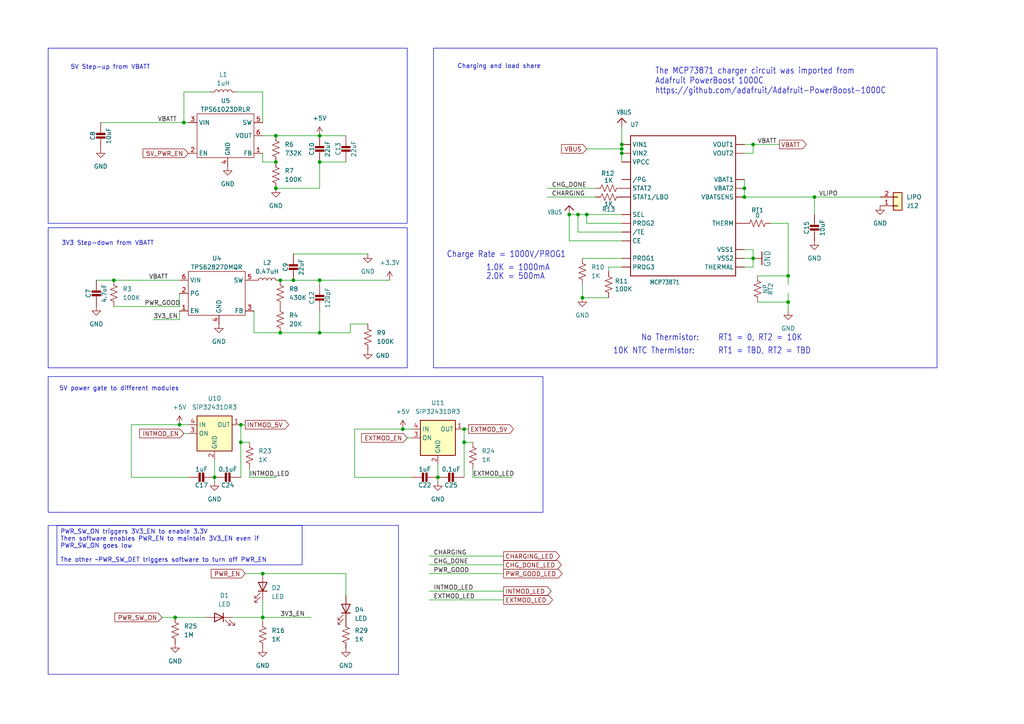
<source format=kicad_sch>
(kicad_sch
	(version 20231120)
	(generator "eeschema")
	(generator_version "8.0")
	(uuid "39638496-c1a9-488f-b565-6f37005cce22")
	(paper "A4")
	(lib_symbols
		(symbol "Adafruit PowerBoost 1000C Rev B-eagle-import:CAP_CERAMIC0805-NOOUTLINE"
			(exclude_from_sim no)
			(in_bom yes)
			(on_board yes)
			(property "Reference" "C"
				(at -2.29 1.25 90)
				(effects
					(font
						(size 1.27 1.27)
					)
				)
			)
			(property "Value" ""
				(at 2.3 1.25 90)
				(effects
					(font
						(size 1.27 1.27)
					)
				)
			)
			(property "Footprint" "Adafruit PowerBoost 1000C Rev B:0805-NO"
				(at 0 0 0)
				(effects
					(font
						(size 1.27 1.27)
					)
					(hide yes)
				)
			)
			(property "Datasheet" ""
				(at 0 0 0)
				(effects
					(font
						(size 1.27 1.27)
					)
					(hide yes)
				)
			)
			(property "Description" "Ceramic Capacitors\n\nFor new designs, use the packages preceded by an '_' character since they are more reliable:\n\nThe following footprints should be used on most boards:\n\n• _0402 - Standard footprint for regular board layouts\n• _0603 - Standard footprint for regular board layouts\n• _0805 - Standard footprint for regular board layouts\n• _1206 - Standard footprint for regular board layouts\n\nFor extremely tight-pitch boards where space is at a premium, the following 'micro-pitch' footprints can be used (smaller pads, no silkscreen outline, etc.):\n\n• _0402MP - Micro-pitch footprint for very dense/compact boards\n• _0603MP - Micro-pitch footprint for very dense/compact boards\n• _0805MP - Micro-pitch footprint for very dense/compact boards\n• _1206MP - Micro-pitch footprint for very dense/compact boards"
				(at 0 0 0)
				(effects
					(font
						(size 1.27 1.27)
					)
					(hide yes)
				)
			)
			(property "ki_locked" ""
				(at 0 0 0)
				(effects
					(font
						(size 1.27 1.27)
					)
				)
			)
			(symbol "CAP_CERAMIC0805-NOOUTLINE_1_0"
				(rectangle
					(start -1.27 0.508)
					(end 1.27 1.016)
					(stroke
						(width 0)
						(type default)
					)
					(fill
						(type outline)
					)
				)
				(rectangle
					(start -1.27 1.524)
					(end 1.27 2.032)
					(stroke
						(width 0)
						(type default)
					)
					(fill
						(type outline)
					)
				)
				(polyline
					(pts
						(xy 0 0.762) (xy 0 0)
					)
					(stroke
						(width 0.1524)
						(type solid)
					)
					(fill
						(type none)
					)
				)
				(polyline
					(pts
						(xy 0 2.54) (xy 0 1.778)
					)
					(stroke
						(width 0.1524)
						(type solid)
					)
					(fill
						(type none)
					)
				)
				(pin passive line
					(at 0 5.08 270)
					(length 2.54)
					(name "1"
						(effects
							(font
								(size 0 0)
							)
						)
					)
					(number "1"
						(effects
							(font
								(size 0 0)
							)
						)
					)
				)
				(pin passive line
					(at 0 -2.54 90)
					(length 2.54)
					(name "2"
						(effects
							(font
								(size 0 0)
							)
						)
					)
					(number "2"
						(effects
							(font
								(size 0 0)
							)
						)
					)
				)
			)
		)
		(symbol "Adafruit PowerBoost 1000C Rev B-eagle-import:MCP73871"
			(exclude_from_sim no)
			(in_bom yes)
			(on_board yes)
			(property "Reference" "U7"
				(at -15.24 22.86 0)
				(effects
					(font
						(size 1.27 1.0795)
					)
					(justify left bottom)
				)
			)
			(property "Value" "MCP73871"
				(at -15.24 -22.86 0)
				(effects
					(font
						(size 1.27 1.0795)
					)
					(justify left bottom)
				)
			)
			(property "Footprint" "Package_DFN_QFN:QFN-20-1EP_4x4mm_P0.5mm_EP2.5x2.5mm_ThermalVias"
				(at 0 0 0)
				(effects
					(font
						(size 1.27 1.27)
					)
					(hide yes)
				)
			)
			(property "Datasheet" ""
				(at 0 0 0)
				(effects
					(font
						(size 1.27 1.27)
					)
					(hide yes)
				)
			)
			(property "Description" ""
				(at 0 0 0)
				(effects
					(font
						(size 1.27 1.27)
					)
					(hide yes)
				)
			)
			(property "ki_locked" ""
				(at 0 0 0)
				(effects
					(font
						(size 1.27 1.27)
					)
				)
			)
			(symbol "MCP73871_1_0"
				(polyline
					(pts
						(xy -15.24 -20.32) (xy -15.24 20.32)
					)
					(stroke
						(width 0.254)
						(type solid)
					)
					(fill
						(type none)
					)
				)
				(polyline
					(pts
						(xy -15.24 20.32) (xy 15.24 20.32)
					)
					(stroke
						(width 0.254)
						(type solid)
					)
					(fill
						(type none)
					)
				)
				(polyline
					(pts
						(xy 15.24 -20.32) (xy -15.24 -20.32)
					)
					(stroke
						(width 0.254)
						(type solid)
					)
					(fill
						(type none)
					)
				)
				(polyline
					(pts
						(xy 15.24 20.32) (xy 15.24 -20.32)
					)
					(stroke
						(width 0.254)
						(type solid)
					)
					(fill
						(type none)
					)
				)
				(pin power_out line
					(at 17.78 17.78 180)
					(length 2.54)
					(name "VOUT1"
						(effects
							(font
								(size 1.27 1.27)
							)
						)
					)
					(number "1"
						(effects
							(font
								(size 0 0)
							)
						)
					)
				)
				(pin input line
					(at 17.78 -12.7 180)
					(length 2.54)
					(name "VSS1"
						(effects
							(font
								(size 1.27 1.27)
							)
						)
					)
					(number "10"
						(effects
							(font
								(size 0 0)
							)
						)
					)
				)
				(pin input line
					(at 17.78 -15.24 180)
					(length 2.54)
					(name "VSS2"
						(effects
							(font
								(size 1.27 1.27)
							)
						)
					)
					(number "11"
						(effects
							(font
								(size 0 0)
							)
						)
					)
				)
				(pin input line
					(at -17.78 -17.78 0)
					(length 2.54)
					(name "PROG3"
						(effects
							(font
								(size 1.27 1.27)
							)
						)
					)
					(number "12"
						(effects
							(font
								(size 0 0)
							)
						)
					)
				)
				(pin input line
					(at -17.78 -15.24 0)
					(length 2.54)
					(name "PROG1"
						(effects
							(font
								(size 1.27 1.27)
							)
						)
					)
					(number "13"
						(effects
							(font
								(size 0 0)
							)
						)
					)
				)
				(pin power_out line
					(at 17.78 7.62 180)
					(length 2.54)
					(name "VBAT1"
						(effects
							(font
								(size 1.27 1.27)
							)
						)
					)
					(number "14"
						(effects
							(font
								(size 0 0)
							)
						)
					)
				)
				(pin power_out line
					(at 17.78 5.08 180)
					(length 2.54)
					(name "VBAT2"
						(effects
							(font
								(size 1.27 1.27)
							)
						)
					)
					(number "15"
						(effects
							(font
								(size 0 0)
							)
						)
					)
				)
				(pin power_in line
					(at 17.78 2.54 180)
					(length 2.54)
					(name "VBATSENS"
						(effects
							(font
								(size 1.27 1.27)
							)
						)
					)
					(number "16"
						(effects
							(font
								(size 0 0)
							)
						)
					)
				)
				(pin input line
					(at -17.78 -10.16 0)
					(length 2.54)
					(name "CE"
						(effects
							(font
								(size 1.27 1.27)
							)
						)
					)
					(number "17"
						(effects
							(font
								(size 0 0)
							)
						)
					)
				)
				(pin power_in line
					(at -17.78 17.78 0)
					(length 2.54)
					(name "VIN1"
						(effects
							(font
								(size 1.27 1.27)
							)
						)
					)
					(number "18"
						(effects
							(font
								(size 0 0)
							)
						)
					)
				)
				(pin power_in line
					(at -17.78 15.24 0)
					(length 2.54)
					(name "VIN2"
						(effects
							(font
								(size 1.27 1.27)
							)
						)
					)
					(number "19"
						(effects
							(font
								(size 0 0)
							)
						)
					)
				)
				(pin input line
					(at -17.78 12.7 0)
					(length 2.54)
					(name "VPCC"
						(effects
							(font
								(size 1.27 1.27)
							)
						)
					)
					(number "2"
						(effects
							(font
								(size 0 0)
							)
						)
					)
				)
				(pin power_out line
					(at 17.78 15.24 180)
					(length 2.54)
					(name "VOUT2"
						(effects
							(font
								(size 1.27 1.27)
							)
						)
					)
					(number "20"
						(effects
							(font
								(size 0 0)
							)
						)
					)
				)
				(pin input line
					(at 17.78 -17.78 180)
					(length 2.54)
					(name "THERMAL"
						(effects
							(font
								(size 1.27 1.27)
							)
						)
					)
					(number "21"
						(effects
							(font
								(size 0 0)
							)
						)
					)
				)
				(pin input line
					(at -17.78 -2.54 0)
					(length 2.54)
					(name "SEL"
						(effects
							(font
								(size 1.27 1.27)
							)
						)
					)
					(number "3"
						(effects
							(font
								(size 0 0)
							)
						)
					)
				)
				(pin input line
					(at -17.78 -5.08 0)
					(length 2.54)
					(name "PROG2"
						(effects
							(font
								(size 1.27 1.27)
							)
						)
					)
					(number "4"
						(effects
							(font
								(size 0 0)
							)
						)
					)
				)
				(pin input line
					(at 17.78 -5.08 180)
					(length 2.54)
					(name "THERM"
						(effects
							(font
								(size 1.27 1.27)
							)
						)
					)
					(number "5"
						(effects
							(font
								(size 0 0)
							)
						)
					)
				)
				(pin output line
					(at -17.78 7.62 0)
					(length 2.54)
					(name "/PG"
						(effects
							(font
								(size 1.27 1.27)
							)
						)
					)
					(number "6"
						(effects
							(font
								(size 0 0)
							)
						)
					)
				)
				(pin output line
					(at -17.78 5.08 0)
					(length 2.54)
					(name "STAT2"
						(effects
							(font
								(size 1.27 1.27)
							)
						)
					)
					(number "7"
						(effects
							(font
								(size 0 0)
							)
						)
					)
				)
				(pin output line
					(at -17.78 2.54 0)
					(length 2.54)
					(name "STAT1/LBO"
						(effects
							(font
								(size 1.27 1.27)
							)
						)
					)
					(number "8"
						(effects
							(font
								(size 0 0)
							)
						)
					)
				)
				(pin input line
					(at -17.78 -7.62 0)
					(length 2.54)
					(name "/TE"
						(effects
							(font
								(size 1.27 1.27)
							)
						)
					)
					(number "9"
						(effects
							(font
								(size 0 0)
							)
						)
					)
				)
			)
		)
		(symbol "Adafruit PowerBoost 1000C Rev B-eagle-import:VBUS"
			(power)
			(exclude_from_sim no)
			(in_bom yes)
			(on_board yes)
			(property "Reference" ""
				(at 0 0 0)
				(effects
					(font
						(size 1.27 1.27)
					)
					(hide yes)
				)
			)
			(property "Value" ""
				(at -1.524 1.016 0)
				(effects
					(font
						(size 1.27 1.0795)
					)
					(justify left bottom)
				)
			)
			(property "Footprint" ""
				(at 0 0 0)
				(effects
					(font
						(size 1.27 1.27)
					)
					(hide yes)
				)
			)
			(property "Datasheet" ""
				(at 0 0 0)
				(effects
					(font
						(size 1.27 1.27)
					)
					(hide yes)
				)
			)
			(property "Description" "VBUS Supply Symbole"
				(at 0 0 0)
				(effects
					(font
						(size 1.27 1.27)
					)
					(hide yes)
				)
			)
			(property "ki_locked" ""
				(at 0 0 0)
				(effects
					(font
						(size 1.27 1.27)
					)
				)
			)
			(symbol "VBUS_1_0"
				(polyline
					(pts
						(xy -1.27 -1.27) (xy 0 0)
					)
					(stroke
						(width 0.254)
						(type solid)
					)
					(fill
						(type none)
					)
				)
				(polyline
					(pts
						(xy 0 0) (xy 1.27 -1.27)
					)
					(stroke
						(width 0.254)
						(type solid)
					)
					(fill
						(type none)
					)
				)
				(pin power_in line
					(at 0 -2.54 90)
					(length 2.54)
					(name "VBUS"
						(effects
							(font
								(size 0 0)
							)
						)
					)
					(number "1"
						(effects
							(font
								(size 0 0)
							)
						)
					)
				)
			)
		)
		(symbol "Adafruit PowerBoost 1000C Rev B-eagle-import:supply1_GND"
			(power)
			(exclude_from_sim no)
			(in_bom yes)
			(on_board yes)
			(property "Reference" "#GND"
				(at 0 0 0)
				(effects
					(font
						(size 1.27 1.27)
					)
					(hide yes)
				)
			)
			(property "Value" ""
				(at -2.54 -2.54 0)
				(effects
					(font
						(size 1.778 1.5113)
					)
					(justify left bottom)
				)
			)
			(property "Footprint" ""
				(at 0 0 0)
				(effects
					(font
						(size 1.27 1.27)
					)
					(hide yes)
				)
			)
			(property "Datasheet" ""
				(at 0 0 0)
				(effects
					(font
						(size 1.27 1.27)
					)
					(hide yes)
				)
			)
			(property "Description" "SUPPLY SYMBOL"
				(at 0 0 0)
				(effects
					(font
						(size 1.27 1.27)
					)
					(hide yes)
				)
			)
			(property "ki_locked" ""
				(at 0 0 0)
				(effects
					(font
						(size 1.27 1.27)
					)
				)
			)
			(symbol "supply1_GND_1_0"
				(polyline
					(pts
						(xy -1.905 0) (xy 1.905 0)
					)
					(stroke
						(width 0.254)
						(type solid)
					)
					(fill
						(type none)
					)
				)
				(pin power_in line
					(at 0 2.54 270)
					(length 2.54)
					(name "GND"
						(effects
							(font
								(size 0 0)
							)
						)
					)
					(number "1"
						(effects
							(font
								(size 0 0)
							)
						)
					)
				)
			)
		)
		(symbol "Connector_Generic:Conn_01x02"
			(pin_names
				(offset 1.016) hide)
			(exclude_from_sim no)
			(in_bom yes)
			(on_board yes)
			(property "Reference" "J"
				(at 0 2.54 0)
				(effects
					(font
						(size 1.27 1.27)
					)
				)
			)
			(property "Value" "Conn_01x02"
				(at 0 -5.08 0)
				(effects
					(font
						(size 1.27 1.27)
					)
				)
			)
			(property "Footprint" ""
				(at 0 0 0)
				(effects
					(font
						(size 1.27 1.27)
					)
					(hide yes)
				)
			)
			(property "Datasheet" "~"
				(at 0 0 0)
				(effects
					(font
						(size 1.27 1.27)
					)
					(hide yes)
				)
			)
			(property "Description" "Generic connector, single row, 01x02, script generated (kicad-library-utils/schlib/autogen/connector/)"
				(at 0 0 0)
				(effects
					(font
						(size 1.27 1.27)
					)
					(hide yes)
				)
			)
			(property "ki_keywords" "connector"
				(at 0 0 0)
				(effects
					(font
						(size 1.27 1.27)
					)
					(hide yes)
				)
			)
			(property "ki_fp_filters" "Connector*:*_1x??_*"
				(at 0 0 0)
				(effects
					(font
						(size 1.27 1.27)
					)
					(hide yes)
				)
			)
			(symbol "Conn_01x02_1_1"
				(rectangle
					(start -1.27 -2.413)
					(end 0 -2.667)
					(stroke
						(width 0.1524)
						(type default)
					)
					(fill
						(type none)
					)
				)
				(rectangle
					(start -1.27 0.127)
					(end 0 -0.127)
					(stroke
						(width 0.1524)
						(type default)
					)
					(fill
						(type none)
					)
				)
				(rectangle
					(start -1.27 1.27)
					(end 1.27 -3.81)
					(stroke
						(width 0.254)
						(type default)
					)
					(fill
						(type background)
					)
				)
				(pin passive line
					(at -5.08 0 0)
					(length 3.81)
					(name "Pin_1"
						(effects
							(font
								(size 1.27 1.27)
							)
						)
					)
					(number "1"
						(effects
							(font
								(size 1.27 1.27)
							)
						)
					)
				)
				(pin passive line
					(at -5.08 -2.54 0)
					(length 3.81)
					(name "Pin_2"
						(effects
							(font
								(size 1.27 1.27)
							)
						)
					)
					(number "2"
						(effects
							(font
								(size 1.27 1.27)
							)
						)
					)
				)
			)
		)
		(symbol "Device:L"
			(pin_numbers hide)
			(pin_names
				(offset 1.016) hide)
			(exclude_from_sim no)
			(in_bom yes)
			(on_board yes)
			(property "Reference" "L"
				(at -1.27 0 90)
				(effects
					(font
						(size 1.27 1.27)
					)
				)
			)
			(property "Value" "L"
				(at 1.905 0 90)
				(effects
					(font
						(size 1.27 1.27)
					)
				)
			)
			(property "Footprint" ""
				(at 0 0 0)
				(effects
					(font
						(size 1.27 1.27)
					)
					(hide yes)
				)
			)
			(property "Datasheet" "~"
				(at 0 0 0)
				(effects
					(font
						(size 1.27 1.27)
					)
					(hide yes)
				)
			)
			(property "Description" "Inductor"
				(at 0 0 0)
				(effects
					(font
						(size 1.27 1.27)
					)
					(hide yes)
				)
			)
			(property "ki_keywords" "inductor choke coil reactor magnetic"
				(at 0 0 0)
				(effects
					(font
						(size 1.27 1.27)
					)
					(hide yes)
				)
			)
			(property "ki_fp_filters" "Choke_* *Coil* Inductor_* L_*"
				(at 0 0 0)
				(effects
					(font
						(size 1.27 1.27)
					)
					(hide yes)
				)
			)
			(symbol "L_0_1"
				(arc
					(start 0 -2.54)
					(mid 0.6323 -1.905)
					(end 0 -1.27)
					(stroke
						(width 0)
						(type default)
					)
					(fill
						(type none)
					)
				)
				(arc
					(start 0 -1.27)
					(mid 0.6323 -0.635)
					(end 0 0)
					(stroke
						(width 0)
						(type default)
					)
					(fill
						(type none)
					)
				)
				(arc
					(start 0 0)
					(mid 0.6323 0.635)
					(end 0 1.27)
					(stroke
						(width 0)
						(type default)
					)
					(fill
						(type none)
					)
				)
				(arc
					(start 0 1.27)
					(mid 0.6323 1.905)
					(end 0 2.54)
					(stroke
						(width 0)
						(type default)
					)
					(fill
						(type none)
					)
				)
			)
			(symbol "L_1_1"
				(pin passive line
					(at 0 3.81 270)
					(length 1.27)
					(name "1"
						(effects
							(font
								(size 1.27 1.27)
							)
						)
					)
					(number "1"
						(effects
							(font
								(size 1.27 1.27)
							)
						)
					)
				)
				(pin passive line
					(at 0 -3.81 90)
					(length 1.27)
					(name "2"
						(effects
							(font
								(size 1.27 1.27)
							)
						)
					)
					(number "2"
						(effects
							(font
								(size 1.27 1.27)
							)
						)
					)
				)
			)
		)
		(symbol "Device:LED"
			(pin_numbers hide)
			(pin_names
				(offset 1.016) hide)
			(exclude_from_sim no)
			(in_bom yes)
			(on_board yes)
			(property "Reference" "D"
				(at 0 2.54 0)
				(effects
					(font
						(size 1.27 1.27)
					)
				)
			)
			(property "Value" "LED"
				(at 0 -2.54 0)
				(effects
					(font
						(size 1.27 1.27)
					)
				)
			)
			(property "Footprint" ""
				(at 0 0 0)
				(effects
					(font
						(size 1.27 1.27)
					)
					(hide yes)
				)
			)
			(property "Datasheet" "~"
				(at 0 0 0)
				(effects
					(font
						(size 1.27 1.27)
					)
					(hide yes)
				)
			)
			(property "Description" "Light emitting diode"
				(at 0 0 0)
				(effects
					(font
						(size 1.27 1.27)
					)
					(hide yes)
				)
			)
			(property "ki_keywords" "LED diode"
				(at 0 0 0)
				(effects
					(font
						(size 1.27 1.27)
					)
					(hide yes)
				)
			)
			(property "ki_fp_filters" "LED* LED_SMD:* LED_THT:*"
				(at 0 0 0)
				(effects
					(font
						(size 1.27 1.27)
					)
					(hide yes)
				)
			)
			(symbol "LED_0_1"
				(polyline
					(pts
						(xy -1.27 -1.27) (xy -1.27 1.27)
					)
					(stroke
						(width 0.254)
						(type default)
					)
					(fill
						(type none)
					)
				)
				(polyline
					(pts
						(xy -1.27 0) (xy 1.27 0)
					)
					(stroke
						(width 0)
						(type default)
					)
					(fill
						(type none)
					)
				)
				(polyline
					(pts
						(xy 1.27 -1.27) (xy 1.27 1.27) (xy -1.27 0) (xy 1.27 -1.27)
					)
					(stroke
						(width 0.254)
						(type default)
					)
					(fill
						(type none)
					)
				)
				(polyline
					(pts
						(xy -3.048 -0.762) (xy -4.572 -2.286) (xy -3.81 -2.286) (xy -4.572 -2.286) (xy -4.572 -1.524)
					)
					(stroke
						(width 0)
						(type default)
					)
					(fill
						(type none)
					)
				)
				(polyline
					(pts
						(xy -1.778 -0.762) (xy -3.302 -2.286) (xy -2.54 -2.286) (xy -3.302 -2.286) (xy -3.302 -1.524)
					)
					(stroke
						(width 0)
						(type default)
					)
					(fill
						(type none)
					)
				)
			)
			(symbol "LED_1_1"
				(pin passive line
					(at -3.81 0 0)
					(length 2.54)
					(name "K"
						(effects
							(font
								(size 1.27 1.27)
							)
						)
					)
					(number "1"
						(effects
							(font
								(size 1.27 1.27)
							)
						)
					)
				)
				(pin passive line
					(at 3.81 0 180)
					(length 2.54)
					(name "A"
						(effects
							(font
								(size 1.27 1.27)
							)
						)
					)
					(number "2"
						(effects
							(font
								(size 1.27 1.27)
							)
						)
					)
				)
			)
		)
		(symbol "Device:R_US"
			(pin_numbers hide)
			(pin_names
				(offset 0)
			)
			(exclude_from_sim no)
			(in_bom yes)
			(on_board yes)
			(property "Reference" "R"
				(at 2.54 0 90)
				(effects
					(font
						(size 1.27 1.27)
					)
				)
			)
			(property "Value" "R_US"
				(at -2.54 0 90)
				(effects
					(font
						(size 1.27 1.27)
					)
				)
			)
			(property "Footprint" ""
				(at 1.016 -0.254 90)
				(effects
					(font
						(size 1.27 1.27)
					)
					(hide yes)
				)
			)
			(property "Datasheet" "~"
				(at 0 0 0)
				(effects
					(font
						(size 1.27 1.27)
					)
					(hide yes)
				)
			)
			(property "Description" "Resistor, US symbol"
				(at 0 0 0)
				(effects
					(font
						(size 1.27 1.27)
					)
					(hide yes)
				)
			)
			(property "ki_keywords" "R res resistor"
				(at 0 0 0)
				(effects
					(font
						(size 1.27 1.27)
					)
					(hide yes)
				)
			)
			(property "ki_fp_filters" "R_*"
				(at 0 0 0)
				(effects
					(font
						(size 1.27 1.27)
					)
					(hide yes)
				)
			)
			(symbol "R_US_0_1"
				(polyline
					(pts
						(xy 0 -2.286) (xy 0 -2.54)
					)
					(stroke
						(width 0)
						(type default)
					)
					(fill
						(type none)
					)
				)
				(polyline
					(pts
						(xy 0 2.286) (xy 0 2.54)
					)
					(stroke
						(width 0)
						(type default)
					)
					(fill
						(type none)
					)
				)
				(polyline
					(pts
						(xy 0 -0.762) (xy 1.016 -1.143) (xy 0 -1.524) (xy -1.016 -1.905) (xy 0 -2.286)
					)
					(stroke
						(width 0)
						(type default)
					)
					(fill
						(type none)
					)
				)
				(polyline
					(pts
						(xy 0 0.762) (xy 1.016 0.381) (xy 0 0) (xy -1.016 -0.381) (xy 0 -0.762)
					)
					(stroke
						(width 0)
						(type default)
					)
					(fill
						(type none)
					)
				)
				(polyline
					(pts
						(xy 0 2.286) (xy 1.016 1.905) (xy 0 1.524) (xy -1.016 1.143) (xy 0 0.762)
					)
					(stroke
						(width 0)
						(type default)
					)
					(fill
						(type none)
					)
				)
			)
			(symbol "R_US_1_1"
				(pin passive line
					(at 0 3.81 270)
					(length 1.27)
					(name "~"
						(effects
							(font
								(size 1.27 1.27)
							)
						)
					)
					(number "1"
						(effects
							(font
								(size 1.27 1.27)
							)
						)
					)
				)
				(pin passive line
					(at 0 -3.81 90)
					(length 1.27)
					(name "~"
						(effects
							(font
								(size 1.27 1.27)
							)
						)
					)
					(number "2"
						(effects
							(font
								(size 1.27 1.27)
							)
						)
					)
				)
			)
		)
		(symbol "Power_Management:SiP32431DR3"
			(exclude_from_sim no)
			(in_bom yes)
			(on_board yes)
			(property "Reference" "U"
				(at 0 8.89 0)
				(effects
					(font
						(size 1.27 1.27)
					)
				)
			)
			(property "Value" "SiP32431DR3"
				(at 0 6.35 0)
				(effects
					(font
						(size 1.27 1.27)
					)
				)
			)
			(property "Footprint" "Package_TO_SOT_SMD:SOT-363_SC-70-6"
				(at 0 11.43 0)
				(effects
					(font
						(size 1.27 1.27)
					)
					(hide yes)
				)
			)
			(property "Datasheet" "http://www.vishay.com.hk/docs/66597/sip32431.pdf"
				(at 0 0 0)
				(effects
					(font
						(size 1.27 1.27)
					)
					(hide yes)
				)
			)
			(property "Description" "10 pA, Ultra Low Leakage and Quiescent Current, Load Switch with Reverse Blocking, High Enable, SC-70-6"
				(at 0 0 0)
				(effects
					(font
						(size 1.27 1.27)
					)
					(hide yes)
				)
			)
			(property "ki_keywords" "Load switch"
				(at 0 0 0)
				(effects
					(font
						(size 1.27 1.27)
					)
					(hide yes)
				)
			)
			(property "ki_fp_filters" "*SC?70*"
				(at 0 0 0)
				(effects
					(font
						(size 1.27 1.27)
					)
					(hide yes)
				)
			)
			(symbol "SiP32431DR3_0_1"
				(rectangle
					(start -5.08 5.08)
					(end 5.08 -5.08)
					(stroke
						(width 0.254)
						(type default)
					)
					(fill
						(type background)
					)
				)
			)
			(symbol "SiP32431DR3_1_1"
				(pin passive line
					(at 7.62 2.54 180)
					(length 2.54)
					(name "OUT"
						(effects
							(font
								(size 1.27 1.27)
							)
						)
					)
					(number "1"
						(effects
							(font
								(size 1.27 1.27)
							)
						)
					)
				)
				(pin power_in line
					(at 0 -7.62 90)
					(length 2.54)
					(name "GND"
						(effects
							(font
								(size 1.27 1.27)
							)
						)
					)
					(number "2"
						(effects
							(font
								(size 1.27 1.27)
							)
						)
					)
				)
				(pin input line
					(at -7.62 0 0)
					(length 2.54)
					(name "ON"
						(effects
							(font
								(size 1.27 1.27)
							)
						)
					)
					(number "3"
						(effects
							(font
								(size 1.27 1.27)
							)
						)
					)
				)
				(pin passive line
					(at -7.62 2.54 0)
					(length 2.54)
					(name "IN"
						(effects
							(font
								(size 1.27 1.27)
							)
						)
					)
					(number "4"
						(effects
							(font
								(size 1.27 1.27)
							)
						)
					)
				)
				(pin passive line
					(at 0 -7.62 90)
					(length 2.54) hide
					(name "GND"
						(effects
							(font
								(size 1.27 1.27)
							)
						)
					)
					(number "5"
						(effects
							(font
								(size 1.27 1.27)
							)
						)
					)
				)
				(pin no_connect line
					(at 5.08 0 180)
					(length 2.54) hide
					(name "NC"
						(effects
							(font
								(size 1.27 1.27)
							)
						)
					)
					(number "6"
						(effects
							(font
								(size 1.27 1.27)
							)
						)
					)
				)
			)
		)
		(symbol "custom_symbols:TPS61023DRLR"
			(exclude_from_sim no)
			(in_bom yes)
			(on_board yes)
			(property "Reference" "U"
				(at -4.572 1.524 0)
				(effects
					(font
						(size 1.27 1.27)
					)
				)
			)
			(property "Value" "TPS61023DRLR"
				(at 0 0 0)
				(effects
					(font
						(size 1.27 1.27)
					)
				)
			)
			(property "Footprint" "Package_TO_SOT_SMD:Texas_R-PDSO-N6_DRL-6"
				(at 0 0 0)
				(effects
					(font
						(size 1.27 1.27)
					)
					(hide yes)
				)
			)
			(property "Datasheet" ""
				(at 0 0 0)
				(effects
					(font
						(size 1.27 1.27)
					)
					(hide yes)
				)
			)
			(property "Description" ""
				(at 0 0 0)
				(effects
					(font
						(size 1.27 1.27)
					)
					(hide yes)
				)
			)
			(symbol "TPS61023DRLR_0_1"
				(rectangle
					(start -8.89 7.62)
					(end 7.62 -5.08)
					(stroke
						(width 0)
						(type default)
					)
					(fill
						(type none)
					)
				)
			)
			(symbol "TPS61023DRLR_1_1"
				(pin input line
					(at 10.16 -3.81 180)
					(length 2.54)
					(name "FB"
						(effects
							(font
								(size 1.27 1.27)
							)
						)
					)
					(number "1"
						(effects
							(font
								(size 1.27 1.27)
							)
						)
					)
				)
				(pin input line
					(at -11.43 -3.81 0)
					(length 2.54)
					(name "EN"
						(effects
							(font
								(size 1.27 1.27)
							)
						)
					)
					(number "2"
						(effects
							(font
								(size 1.27 1.27)
							)
						)
					)
				)
				(pin power_in line
					(at -11.43 5.08 0)
					(length 2.54)
					(name "VIN"
						(effects
							(font
								(size 1.27 1.27)
							)
						)
					)
					(number "3"
						(effects
							(font
								(size 1.27 1.27)
							)
						)
					)
				)
				(pin power_out line
					(at 0 -7.62 90)
					(length 2.54)
					(name "GND"
						(effects
							(font
								(size 1.27 1.27)
							)
						)
					)
					(number "4"
						(effects
							(font
								(size 1.27 1.27)
							)
						)
					)
				)
				(pin power_out line
					(at 10.16 5.08 180)
					(length 2.54)
					(name "SW"
						(effects
							(font
								(size 1.27 1.27)
							)
						)
					)
					(number "5"
						(effects
							(font
								(size 1.27 1.27)
							)
						)
					)
				)
				(pin power_out line
					(at 10.16 1.27 180)
					(length 2.54)
					(name "VOUT"
						(effects
							(font
								(size 1.27 1.27)
							)
						)
					)
					(number "6"
						(effects
							(font
								(size 1.27 1.27)
							)
						)
					)
				)
			)
		)
		(symbol "custom_symbols:TPS62827DMQR"
			(exclude_from_sim no)
			(in_bom yes)
			(on_board yes)
			(property "Reference" "U"
				(at -2.032 2.032 0)
				(effects
					(font
						(size 1.27 1.27)
					)
				)
			)
			(property "Value" "TPS62827DMQR"
				(at 0 0 0)
				(effects
					(font
						(size 1.27 1.27)
					)
				)
			)
			(property "Footprint" "my_footprints:DMQ_6"
				(at 0 0 0)
				(effects
					(font
						(size 1.27 1.27)
					)
					(hide yes)
				)
			)
			(property "Datasheet" ""
				(at 0 0 0)
				(effects
					(font
						(size 1.27 1.27)
					)
					(hide yes)
				)
			)
			(property "Description" ""
				(at 0 0 0)
				(effects
					(font
						(size 1.27 1.27)
					)
					(hide yes)
				)
			)
			(symbol "TPS62827DMQR_0_1"
				(rectangle
					(start -8.89 7.62)
					(end 7.62 -5.08)
					(stroke
						(width 0)
						(type default)
					)
					(fill
						(type none)
					)
				)
			)
			(symbol "TPS62827DMQR_1_1"
				(pin input line
					(at -11.43 -3.81 0)
					(length 2.54)
					(name "EN"
						(effects
							(font
								(size 1.27 1.27)
							)
						)
					)
					(number "1"
						(effects
							(font
								(size 1.27 1.27)
							)
						)
					)
				)
				(pin output line
					(at -11.43 1.27 0)
					(length 2.54)
					(name "PG"
						(effects
							(font
								(size 1.27 1.27)
							)
						)
					)
					(number "2"
						(effects
							(font
								(size 1.27 1.27)
							)
						)
					)
				)
				(pin input line
					(at 10.16 -3.81 180)
					(length 2.54)
					(name "FB"
						(effects
							(font
								(size 1.27 1.27)
							)
						)
					)
					(number "3"
						(effects
							(font
								(size 1.27 1.27)
							)
						)
					)
				)
				(pin power_out line
					(at 0 -7.62 90)
					(length 2.54)
					(name "GND"
						(effects
							(font
								(size 1.27 1.27)
							)
						)
					)
					(number "4"
						(effects
							(font
								(size 1.27 1.27)
							)
						)
					)
				)
				(pin power_out line
					(at 10.16 5.08 180)
					(length 2.54)
					(name "SW"
						(effects
							(font
								(size 1.27 1.27)
							)
						)
					)
					(number "5"
						(effects
							(font
								(size 1.27 1.27)
							)
						)
					)
				)
				(pin power_in line
					(at -11.43 5.08 0)
					(length 2.54)
					(name "VIN"
						(effects
							(font
								(size 1.27 1.27)
							)
						)
					)
					(number "6"
						(effects
							(font
								(size 1.27 1.27)
							)
						)
					)
				)
			)
		)
		(symbol "power:+3.3V"
			(power)
			(pin_numbers hide)
			(pin_names
				(offset 0) hide)
			(exclude_from_sim no)
			(in_bom yes)
			(on_board yes)
			(property "Reference" "#PWR"
				(at 0 -3.81 0)
				(effects
					(font
						(size 1.27 1.27)
					)
					(hide yes)
				)
			)
			(property "Value" "+3.3V"
				(at 0 3.556 0)
				(effects
					(font
						(size 1.27 1.27)
					)
				)
			)
			(property "Footprint" ""
				(at 0 0 0)
				(effects
					(font
						(size 1.27 1.27)
					)
					(hide yes)
				)
			)
			(property "Datasheet" ""
				(at 0 0 0)
				(effects
					(font
						(size 1.27 1.27)
					)
					(hide yes)
				)
			)
			(property "Description" "Power symbol creates a global label with name \"+3.3V\""
				(at 0 0 0)
				(effects
					(font
						(size 1.27 1.27)
					)
					(hide yes)
				)
			)
			(property "ki_keywords" "global power"
				(at 0 0 0)
				(effects
					(font
						(size 1.27 1.27)
					)
					(hide yes)
				)
			)
			(symbol "+3.3V_0_1"
				(polyline
					(pts
						(xy -0.762 1.27) (xy 0 2.54)
					)
					(stroke
						(width 0)
						(type default)
					)
					(fill
						(type none)
					)
				)
				(polyline
					(pts
						(xy 0 0) (xy 0 2.54)
					)
					(stroke
						(width 0)
						(type default)
					)
					(fill
						(type none)
					)
				)
				(polyline
					(pts
						(xy 0 2.54) (xy 0.762 1.27)
					)
					(stroke
						(width 0)
						(type default)
					)
					(fill
						(type none)
					)
				)
			)
			(symbol "+3.3V_1_1"
				(pin power_in line
					(at 0 0 90)
					(length 0)
					(name "~"
						(effects
							(font
								(size 1.27 1.27)
							)
						)
					)
					(number "1"
						(effects
							(font
								(size 1.27 1.27)
							)
						)
					)
				)
			)
		)
		(symbol "power:+5V"
			(power)
			(pin_numbers hide)
			(pin_names
				(offset 0) hide)
			(exclude_from_sim no)
			(in_bom yes)
			(on_board yes)
			(property "Reference" "#PWR"
				(at 0 -3.81 0)
				(effects
					(font
						(size 1.27 1.27)
					)
					(hide yes)
				)
			)
			(property "Value" "+5V"
				(at 0 3.556 0)
				(effects
					(font
						(size 1.27 1.27)
					)
				)
			)
			(property "Footprint" ""
				(at 0 0 0)
				(effects
					(font
						(size 1.27 1.27)
					)
					(hide yes)
				)
			)
			(property "Datasheet" ""
				(at 0 0 0)
				(effects
					(font
						(size 1.27 1.27)
					)
					(hide yes)
				)
			)
			(property "Description" "Power symbol creates a global label with name \"+5V\""
				(at 0 0 0)
				(effects
					(font
						(size 1.27 1.27)
					)
					(hide yes)
				)
			)
			(property "ki_keywords" "global power"
				(at 0 0 0)
				(effects
					(font
						(size 1.27 1.27)
					)
					(hide yes)
				)
			)
			(symbol "+5V_0_1"
				(polyline
					(pts
						(xy -0.762 1.27) (xy 0 2.54)
					)
					(stroke
						(width 0)
						(type default)
					)
					(fill
						(type none)
					)
				)
				(polyline
					(pts
						(xy 0 0) (xy 0 2.54)
					)
					(stroke
						(width 0)
						(type default)
					)
					(fill
						(type none)
					)
				)
				(polyline
					(pts
						(xy 0 2.54) (xy 0.762 1.27)
					)
					(stroke
						(width 0)
						(type default)
					)
					(fill
						(type none)
					)
				)
			)
			(symbol "+5V_1_1"
				(pin power_in line
					(at 0 0 90)
					(length 0)
					(name "~"
						(effects
							(font
								(size 1.27 1.27)
							)
						)
					)
					(number "1"
						(effects
							(font
								(size 1.27 1.27)
							)
						)
					)
				)
			)
		)
		(symbol "power:GND"
			(power)
			(pin_numbers hide)
			(pin_names
				(offset 0) hide)
			(exclude_from_sim no)
			(in_bom yes)
			(on_board yes)
			(property "Reference" "#PWR"
				(at 0 -6.35 0)
				(effects
					(font
						(size 1.27 1.27)
					)
					(hide yes)
				)
			)
			(property "Value" "GND"
				(at 0 -3.81 0)
				(effects
					(font
						(size 1.27 1.27)
					)
				)
			)
			(property "Footprint" ""
				(at 0 0 0)
				(effects
					(font
						(size 1.27 1.27)
					)
					(hide yes)
				)
			)
			(property "Datasheet" ""
				(at 0 0 0)
				(effects
					(font
						(size 1.27 1.27)
					)
					(hide yes)
				)
			)
			(property "Description" "Power symbol creates a global label with name \"GND\" , ground"
				(at 0 0 0)
				(effects
					(font
						(size 1.27 1.27)
					)
					(hide yes)
				)
			)
			(property "ki_keywords" "global power"
				(at 0 0 0)
				(effects
					(font
						(size 1.27 1.27)
					)
					(hide yes)
				)
			)
			(symbol "GND_0_1"
				(polyline
					(pts
						(xy 0 0) (xy 0 -1.27) (xy 1.27 -1.27) (xy 0 -2.54) (xy -1.27 -1.27) (xy 0 -1.27)
					)
					(stroke
						(width 0)
						(type default)
					)
					(fill
						(type none)
					)
				)
			)
			(symbol "GND_1_1"
				(pin power_in line
					(at 0 0 270)
					(length 0)
					(name "~"
						(effects
							(font
								(size 1.27 1.27)
							)
						)
					)
					(number "1"
						(effects
							(font
								(size 1.27 1.27)
							)
						)
					)
				)
			)
		)
	)
	(junction
		(at 92.71 96.52)
		(diameter 0)
		(color 0 0 0 0)
		(uuid "0933fb11-82a3-426d-bece-03d110567a53")
	)
	(junction
		(at 180.34 43.18)
		(diameter 0)
		(color 0 0 0 0)
		(uuid "1796cdd7-39a8-47da-9033-ab3014990868")
	)
	(junction
		(at 81.28 96.52)
		(diameter 0)
		(color 0 0 0 0)
		(uuid "289d3874-0516-43d0-bcac-04b062fea655")
	)
	(junction
		(at 218.44 41.91)
		(diameter 0)
		(color 0 0 0 0)
		(uuid "29e74e86-df13-48fe-a68c-0e8ccf1aa2b4")
	)
	(junction
		(at 168.91 86.36)
		(diameter 0)
		(color 0 0 0 0)
		(uuid "2cde6ed6-2ff5-4700-97db-1c3991dfc920")
	)
	(junction
		(at 165.1 62.23)
		(diameter 0)
		(color 0 0 0 0)
		(uuid "2f035557-d6fc-442e-ab70-7f227bb5baa2")
	)
	(junction
		(at 127 138.43)
		(diameter 0)
		(color 0 0 0 0)
		(uuid "3120f648-52df-4951-9399-f65c1dcd85a6")
	)
	(junction
		(at 50.8 179.07)
		(diameter 0)
		(color 0 0 0 0)
		(uuid "3c9bbb5f-fe1b-48c9-8535-eddac65e5a7b")
	)
	(junction
		(at 92.71 39.37)
		(diameter 0)
		(color 0 0 0 0)
		(uuid "47608fa9-38da-4015-91d2-b3c65c95f378")
	)
	(junction
		(at 85.09 81.28)
		(diameter 0)
		(color 0 0 0 0)
		(uuid "4a150437-290f-4b1e-9803-e341ef9937b2")
	)
	(junction
		(at 92.71 81.28)
		(diameter 0)
		(color 0 0 0 0)
		(uuid "4bd0fe66-3f6d-4e28-9b3c-fc757526e0ca")
	)
	(junction
		(at 33.02 81.28)
		(diameter 0)
		(color 0 0 0 0)
		(uuid "4d703774-1f9c-40ae-98be-b7f4462235dc")
	)
	(junction
		(at 81.28 81.28)
		(diameter 0)
		(color 0 0 0 0)
		(uuid "4d74155d-2e6f-4690-a597-f5821cc5b510")
	)
	(junction
		(at 80.01 54.61)
		(diameter 0)
		(color 0 0 0 0)
		(uuid "526e0611-d33a-4729-a272-b2104c997b5c")
	)
	(junction
		(at 180.34 44.45)
		(diameter 0)
		(color 0 0 0 0)
		(uuid "5aa3b0f9-c9c5-49b5-af9d-2ba744bb1273")
	)
	(junction
		(at 218.44 74.93)
		(diameter 0)
		(color 0 0 0 0)
		(uuid "6887798b-9ebb-4c3d-bece-ce4c0dc1796d")
	)
	(junction
		(at 76.2 179.07)
		(diameter 0)
		(color 0 0 0 0)
		(uuid "72986b09-9670-4392-a2b3-ee1c3297d668")
	)
	(junction
		(at 53.34 35.56)
		(diameter 0)
		(color 0 0 0 0)
		(uuid "76eaf278-c1ee-4649-81d1-80b4abead883")
	)
	(junction
		(at 180.34 41.91)
		(diameter 0)
		(color 0 0 0 0)
		(uuid "7944c5b8-0605-414d-beb1-d4b1155d742a")
	)
	(junction
		(at 62.23 138.43)
		(diameter 0)
		(color 0 0 0 0)
		(uuid "7f9ecc8d-419d-4489-abbc-8fb0425df4b6")
	)
	(junction
		(at 167.64 62.23)
		(diameter 0)
		(color 0 0 0 0)
		(uuid "8489588c-6a8c-4140-91fe-a11265d6abfd")
	)
	(junction
		(at 228.6 80.01)
		(diameter 0)
		(color 0 0 0 0)
		(uuid "8902a8e2-2f8a-45b2-af81-e81a33b4fe91")
	)
	(junction
		(at 76.2 166.37)
		(diameter 0)
		(color 0 0 0 0)
		(uuid "8cca3568-50eb-438c-8758-1fcff20cb9c7")
	)
	(junction
		(at 80.01 46.99)
		(diameter 0)
		(color 0 0 0 0)
		(uuid "934fd9e6-e23b-47d0-8568-99dc8930a52f")
	)
	(junction
		(at 69.85 128.27)
		(diameter 0)
		(color 0 0 0 0)
		(uuid "979db5fb-afbe-41d9-bf0b-70cc98d6d97e")
	)
	(junction
		(at 80.01 39.37)
		(diameter 0)
		(color 0 0 0 0)
		(uuid "99bce1f9-ad24-4fe4-81ac-b3f8f37babc9")
	)
	(junction
		(at 170.18 62.23)
		(diameter 0)
		(color 0 0 0 0)
		(uuid "9d655a13-d006-4753-865e-0a5496633bee")
	)
	(junction
		(at 134.62 128.27)
		(diameter 0)
		(color 0 0 0 0)
		(uuid "ad618a48-9618-42e7-b9e7-c236ea529367")
	)
	(junction
		(at 52.07 123.19)
		(diameter 0)
		(color 0 0 0 0)
		(uuid "ad741951-3af2-4985-9ad7-cf5403017c87")
	)
	(junction
		(at 236.22 57.15)
		(diameter 0)
		(color 0 0 0 0)
		(uuid "b3a3bc41-10b6-4b46-a10e-7210216c7774")
	)
	(junction
		(at 116.84 124.46)
		(diameter 0)
		(color 0 0 0 0)
		(uuid "b5f83448-2dd1-4355-9310-53259e7ca54c")
	)
	(junction
		(at 69.85 123.19)
		(diameter 0)
		(color 0 0 0 0)
		(uuid "badeb8da-2de0-488c-93e1-8360754e8ccc")
	)
	(junction
		(at 228.6 87.63)
		(diameter 0)
		(color 0 0 0 0)
		(uuid "dde81c31-b633-4ad2-ab57-15c0d65618fa")
	)
	(junction
		(at 215.9 57.15)
		(diameter 0)
		(color 0 0 0 0)
		(uuid "ded51131-b0d4-437e-9a20-62c1b16679ae")
	)
	(junction
		(at 215.9 54.61)
		(diameter 0)
		(color 0 0 0 0)
		(uuid "e1bd812a-84f7-44e2-b2e2-fe5240b15e15")
	)
	(junction
		(at 92.71 46.99)
		(diameter 0)
		(color 0 0 0 0)
		(uuid "e5ff8384-11e1-4f7c-a19a-d70b09e39cd9")
	)
	(junction
		(at 134.62 124.46)
		(diameter 0)
		(color 0 0 0 0)
		(uuid "ef03cd50-c6f4-4694-9995-a4f4a50d1277")
	)
	(wire
		(pts
			(xy 215.9 44.45) (xy 218.44 44.45)
		)
		(stroke
			(width 0.1524)
			(type solid)
		)
		(uuid "01506761-ae0c-4a37-9aa2-61b4e85b3801")
	)
	(wire
		(pts
			(xy 215.9 72.39) (xy 218.44 72.39)
		)
		(stroke
			(width 0.1524)
			(type solid)
		)
		(uuid "04527246-1003-43b0-aae9-5ba640e856b9")
	)
	(wire
		(pts
			(xy 72.39 138.43) (xy 72.39 135.89)
		)
		(stroke
			(width 0)
			(type default)
		)
		(uuid "0523c769-519d-4229-ac4c-07c407620a8c")
	)
	(wire
		(pts
			(xy 76.2 179.07) (xy 76.2 180.34)
		)
		(stroke
			(width 0)
			(type default)
		)
		(uuid "05e38c6c-b5e1-4eb5-801b-cceb548df3a4")
	)
	(wire
		(pts
			(xy 76.2 35.56) (xy 76.2 26.67)
		)
		(stroke
			(width 0)
			(type default)
		)
		(uuid "062082e2-add2-4614-8dcd-2b4bbb6dde22")
	)
	(wire
		(pts
			(xy 180.34 44.45) (xy 180.34 46.99)
		)
		(stroke
			(width 0)
			(type default)
		)
		(uuid "0641d43b-a170-45d1-a484-a6a80379edb8")
	)
	(wire
		(pts
			(xy 62.23 139.7) (xy 62.23 138.43)
		)
		(stroke
			(width 0)
			(type default)
		)
		(uuid "06baaae8-0a3d-4634-97ef-4814354aecca")
	)
	(wire
		(pts
			(xy 102.87 124.46) (xy 102.87 138.43)
		)
		(stroke
			(width 0)
			(type default)
		)
		(uuid "0ad27cdb-93a9-4d78-ab1f-46eddf965a43")
	)
	(wire
		(pts
			(xy 50.8 179.07) (xy 59.69 179.07)
		)
		(stroke
			(width 0)
			(type default)
		)
		(uuid "0d56eee9-0e51-49a0-b00e-dd6daf577665")
	)
	(wire
		(pts
			(xy 168.91 82.55) (xy 168.91 86.36)
		)
		(stroke
			(width 0)
			(type default)
		)
		(uuid "111d1895-47b5-4115-bf0a-d093037259a9")
	)
	(wire
		(pts
			(xy 52.07 88.9) (xy 52.07 85.09)
		)
		(stroke
			(width 0)
			(type default)
		)
		(uuid "11dca212-7812-4517-903a-cb143614a5d3")
	)
	(wire
		(pts
			(xy 124.46 166.37) (xy 146.05 166.37)
		)
		(stroke
			(width 0)
			(type default)
		)
		(uuid "1353f1c9-b55e-4b81-bc71-f398b0195ffd")
	)
	(wire
		(pts
			(xy 165.1 62.23) (xy 167.64 62.23)
		)
		(stroke
			(width 0.1524)
			(type solid)
		)
		(uuid "1504cac7-02cd-4eed-a685-3f7bab7b6bbd")
	)
	(wire
		(pts
			(xy 27.94 81.28) (xy 33.02 81.28)
		)
		(stroke
			(width 0)
			(type default)
		)
		(uuid "156b3d7e-0ff8-4c34-a454-19055b19fa39")
	)
	(wire
		(pts
			(xy 92.71 82.55) (xy 92.71 81.28)
		)
		(stroke
			(width 0)
			(type default)
		)
		(uuid "17624818-f5ca-42bb-a47a-841670dd30ab")
	)
	(wire
		(pts
			(xy 134.62 124.46) (xy 134.62 128.27)
		)
		(stroke
			(width 0)
			(type default)
		)
		(uuid "18b57c02-c30b-4320-b902-67b77a59c1e2")
	)
	(wire
		(pts
			(xy 60.96 26.67) (xy 53.34 26.67)
		)
		(stroke
			(width 0)
			(type default)
		)
		(uuid "19dc0cc1-dccc-4879-803a-6538b3cfbde0")
	)
	(wire
		(pts
			(xy 92.71 46.99) (xy 92.71 54.61)
		)
		(stroke
			(width 0)
			(type default)
		)
		(uuid "19f2e86a-5f6b-4edc-a200-ae33dfdd31a5")
	)
	(wire
		(pts
			(xy 219.71 87.63) (xy 228.6 87.63)
		)
		(stroke
			(width 0)
			(type default)
		)
		(uuid "19f66d1e-e92e-41ac-a17c-6206dc93d13e")
	)
	(wire
		(pts
			(xy 53.34 26.67) (xy 53.34 35.56)
		)
		(stroke
			(width 0)
			(type default)
		)
		(uuid "1a081a56-bd45-47db-bd2a-7d5dc62ca2e3")
	)
	(wire
		(pts
			(xy 228.6 87.63) (xy 228.6 90.17)
		)
		(stroke
			(width 0)
			(type default)
		)
		(uuid "1bcaf690-ecdb-445b-beaf-29d191905a82")
	)
	(wire
		(pts
			(xy 73.66 96.52) (xy 81.28 96.52)
		)
		(stroke
			(width 0)
			(type default)
		)
		(uuid "1e348a32-e173-4b28-a7b6-5981a777a0ba")
	)
	(wire
		(pts
			(xy 228.6 85.09) (xy 228.6 87.63)
		)
		(stroke
			(width 0)
			(type default)
		)
		(uuid "2297bacc-7c1f-43f4-8dcc-65e9158d3ca8")
	)
	(wire
		(pts
			(xy 218.44 41.91) (xy 226.06 41.91)
		)
		(stroke
			(width 0)
			(type default)
		)
		(uuid "252b0f6e-53f2-42ab-8a2d-f5e42e02b091")
	)
	(wire
		(pts
			(xy 92.71 81.28) (xy 85.09 81.28)
		)
		(stroke
			(width 0)
			(type default)
		)
		(uuid "253b04f2-4179-4376-b58c-d057d44f5dfc")
	)
	(wire
		(pts
			(xy 76.2 46.99) (xy 80.01 46.99)
		)
		(stroke
			(width 0)
			(type default)
		)
		(uuid "2908eacf-1b18-4e6a-b4e1-fb39b8a74bbc")
	)
	(wire
		(pts
			(xy 223.52 64.77) (xy 228.6 64.77)
		)
		(stroke
			(width 0)
			(type default)
		)
		(uuid "2b2eef5e-e605-45d6-9bf4-8217852cb6c4")
	)
	(wire
		(pts
			(xy 124.46 171.45) (xy 146.05 171.45)
		)
		(stroke
			(width 0)
			(type default)
		)
		(uuid "2c5deb27-b96d-47cb-949d-a923dc9a5885")
	)
	(wire
		(pts
			(xy 116.84 124.46) (xy 102.87 124.46)
		)
		(stroke
			(width 0)
			(type default)
		)
		(uuid "2d05f4bd-87c3-4ea1-8540-065c5bac0c72")
	)
	(wire
		(pts
			(xy 134.62 124.46) (xy 135.89 124.46)
		)
		(stroke
			(width 0)
			(type default)
		)
		(uuid "2e4018c5-8492-462a-a59f-0770526601eb")
	)
	(wire
		(pts
			(xy 101.6 96.52) (xy 101.6 93.98)
		)
		(stroke
			(width 0)
			(type default)
		)
		(uuid "30cc27c9-53ba-49e8-8aba-bfbff450ec50")
	)
	(wire
		(pts
			(xy 176.53 78.74) (xy 176.53 77.47)
		)
		(stroke
			(width 0.1524)
			(type solid)
		)
		(uuid "32a086ac-a8de-455c-b597-f496e4e98479")
	)
	(wire
		(pts
			(xy 215.9 77.47) (xy 218.44 77.47)
		)
		(stroke
			(width 0.1524)
			(type solid)
		)
		(uuid "35b9498c-68c5-4c6e-8680-dc06804d19be")
	)
	(wire
		(pts
			(xy 33.02 81.28) (xy 52.07 81.28)
		)
		(stroke
			(width 0)
			(type default)
		)
		(uuid "36a0cb0d-5967-466f-a831-1caeba760e5a")
	)
	(wire
		(pts
			(xy 92.71 39.37) (xy 100.33 39.37)
		)
		(stroke
			(width 0)
			(type default)
		)
		(uuid "36c22d67-472f-40dd-90df-6ca6b036edb7")
	)
	(wire
		(pts
			(xy 118.11 127) (xy 119.38 127)
		)
		(stroke
			(width 0)
			(type default)
		)
		(uuid "39471c09-b4dc-4168-a49e-f51980883dae")
	)
	(wire
		(pts
			(xy 38.1 123.19) (xy 38.1 138.43)
		)
		(stroke
			(width 0)
			(type default)
		)
		(uuid "3b13bd37-ef14-4d88-844e-58bdbf595976")
	)
	(wire
		(pts
			(xy 236.22 57.15) (xy 255.27 57.15)
		)
		(stroke
			(width 0.1524)
			(type solid)
		)
		(uuid "3c8c201c-e80f-4563-834d-c01bcb5a9522")
	)
	(wire
		(pts
			(xy 165.1 62.23) (xy 165.1 69.85)
		)
		(stroke
			(width 0.1524)
			(type solid)
		)
		(uuid "44d78ea6-08dc-4307-bd43-52bda51b965e")
	)
	(wire
		(pts
			(xy 29.21 35.56) (xy 53.34 35.56)
		)
		(stroke
			(width 0)
			(type default)
		)
		(uuid "45c81577-608a-473a-9d07-689232f0b5e1")
	)
	(wire
		(pts
			(xy 218.44 41.91) (xy 218.44 44.45)
		)
		(stroke
			(width 0.1524)
			(type solid)
		)
		(uuid "4b538d9e-91a7-4b40-aac3-97cdd6cc520c")
	)
	(wire
		(pts
			(xy 236.22 62.23) (xy 236.22 57.15)
		)
		(stroke
			(width 0.1524)
			(type solid)
		)
		(uuid "4e28ac1a-312c-4b19-9a37-256a5e3e6b85")
	)
	(wire
		(pts
			(xy 85.09 73.66) (xy 106.68 73.66)
		)
		(stroke
			(width 0)
			(type default)
		)
		(uuid "517591a7-8b45-4483-8804-d67a5842aecc")
	)
	(wire
		(pts
			(xy 167.64 62.23) (xy 170.18 62.23)
		)
		(stroke
			(width 0.1524)
			(type solid)
		)
		(uuid "51f19970-9bbb-4588-9767-2cddc7867184")
	)
	(wire
		(pts
			(xy 53.34 125.73) (xy 54.61 125.73)
		)
		(stroke
			(width 0)
			(type default)
		)
		(uuid "53548e7d-3aaa-4f88-ac12-cb04ddd27066")
	)
	(wire
		(pts
			(xy 158.75 57.15) (xy 172.72 57.15)
		)
		(stroke
			(width 0)
			(type default)
		)
		(uuid "57330ed2-a57b-455d-995e-f8524e194bc4")
	)
	(wire
		(pts
			(xy 124.46 163.83) (xy 146.05 163.83)
		)
		(stroke
			(width 0)
			(type default)
		)
		(uuid "5c6a8527-bf24-4e53-b8f5-4788a33a6443")
	)
	(wire
		(pts
			(xy 137.16 138.43) (xy 148.59 138.43)
		)
		(stroke
			(width 0)
			(type default)
		)
		(uuid "630c15aa-1879-45c8-bcb8-e20518dbf6a3")
	)
	(wire
		(pts
			(xy 102.87 138.43) (xy 119.38 138.43)
		)
		(stroke
			(width 0)
			(type default)
		)
		(uuid "6628dcfb-be3a-4a26-a03a-4f77a01dc396")
	)
	(wire
		(pts
			(xy 92.71 96.52) (xy 101.6 96.52)
		)
		(stroke
			(width 0)
			(type default)
		)
		(uuid "68d18602-4442-41fa-841e-08e4832377c0")
	)
	(wire
		(pts
			(xy 228.6 80.01) (xy 228.6 82.55)
		)
		(stroke
			(width 0)
			(type default)
		)
		(uuid "6cc8e97b-8b7c-4cfa-b41b-dfbe0bff22e6")
	)
	(wire
		(pts
			(xy 69.85 123.19) (xy 69.85 128.27)
		)
		(stroke
			(width 0)
			(type default)
		)
		(uuid "6dc0eb05-8b92-4794-b2dd-ad2f88004af1")
	)
	(wire
		(pts
			(xy 52.07 123.19) (xy 54.61 123.19)
		)
		(stroke
			(width 0)
			(type default)
		)
		(uuid "6dfb7a8b-675c-44fa-adeb-e784cd69e2a3")
	)
	(wire
		(pts
			(xy 92.71 90.17) (xy 92.71 96.52)
		)
		(stroke
			(width 0)
			(type default)
		)
		(uuid "6f7ba1be-c986-4431-a702-5818cd453c50")
	)
	(wire
		(pts
			(xy 52.07 92.71) (xy 52.07 90.17)
		)
		(stroke
			(width 0)
			(type default)
		)
		(uuid "6f8ebd79-03a1-4d61-b7eb-a8c66711c8f1")
	)
	(wire
		(pts
			(xy 228.6 64.77) (xy 228.6 80.01)
		)
		(stroke
			(width 0.1524)
			(type solid)
		)
		(uuid "72acc61a-7a4b-44bc-889a-6b410a8fe1b0")
	)
	(wire
		(pts
			(xy 127 138.43) (xy 127 134.62)
		)
		(stroke
			(width 0)
			(type default)
		)
		(uuid "7c0b64b4-b40f-4198-ba63-579ca63787cb")
	)
	(wire
		(pts
			(xy 67.31 179.07) (xy 76.2 179.07)
		)
		(stroke
			(width 0)
			(type default)
		)
		(uuid "7e3afbe7-4fdf-4046-a3e0-55ddbacf8ea8")
	)
	(wire
		(pts
			(xy 134.62 128.27) (xy 137.16 128.27)
		)
		(stroke
			(width 0)
			(type default)
		)
		(uuid "85484838-61af-4a8f-ab0d-ae86c4c46d43")
	)
	(wire
		(pts
			(xy 100.33 166.37) (xy 100.33 172.72)
		)
		(stroke
			(width 0)
			(type default)
		)
		(uuid "86ac0a86-7af8-4437-babe-90ce48153c21")
	)
	(wire
		(pts
			(xy 127 139.7) (xy 127 138.43)
		)
		(stroke
			(width 0)
			(type default)
		)
		(uuid "87710841-e777-40fa-be2c-e92371121d6a")
	)
	(wire
		(pts
			(xy 218.44 77.47) (xy 218.44 74.93)
		)
		(stroke
			(width 0.1524)
			(type solid)
		)
		(uuid "89739f31-f2f9-45db-ad33-5fbae61c9ee6")
	)
	(wire
		(pts
			(xy 167.64 67.31) (xy 180.34 67.31)
		)
		(stroke
			(width 0.1524)
			(type solid)
		)
		(uuid "89cadc28-d51d-42ea-b2e2-776e787f12cf")
	)
	(wire
		(pts
			(xy 69.85 123.19) (xy 71.12 123.19)
		)
		(stroke
			(width 0)
			(type default)
		)
		(uuid "8a1824fc-0542-4480-a3a2-68255333988d")
	)
	(wire
		(pts
			(xy 71.12 166.37) (xy 76.2 166.37)
		)
		(stroke
			(width 0)
			(type default)
		)
		(uuid "8bd2ceba-19ad-4660-b6bd-c13acfb33347")
	)
	(wire
		(pts
			(xy 76.2 39.37) (xy 80.01 39.37)
		)
		(stroke
			(width 0)
			(type default)
		)
		(uuid "90ebd7d4-22a3-42bd-bdcf-37768c88c0ed")
	)
	(wire
		(pts
			(xy 158.75 54.61) (xy 172.72 54.61)
		)
		(stroke
			(width 0)
			(type default)
		)
		(uuid "9162f04a-f191-48a7-851d-7e58b72882a3")
	)
	(wire
		(pts
			(xy 180.34 62.23) (xy 170.18 62.23)
		)
		(stroke
			(width 0.1524)
			(type solid)
		)
		(uuid "91921131-e765-4eb1-9ced-f561db0e1965")
	)
	(wire
		(pts
			(xy 76.2 173.99) (xy 76.2 179.07)
		)
		(stroke
			(width 0)
			(type default)
		)
		(uuid "968787dd-9f66-4e87-a33e-c67e39ff0a7b")
	)
	(wire
		(pts
			(xy 92.71 54.61) (xy 80.01 54.61)
		)
		(stroke
			(width 0)
			(type default)
		)
		(uuid "99492e59-2487-4b40-8e82-99bd095902d0")
	)
	(wire
		(pts
			(xy 168.91 86.36) (xy 176.53 86.36)
		)
		(stroke
			(width 0)
			(type default)
		)
		(uuid "9a5a1e54-93fb-4686-adba-74b348fc4e5d")
	)
	(wire
		(pts
			(xy 170.18 64.77) (xy 180.34 64.77)
		)
		(stroke
			(width 0.1524)
			(type solid)
		)
		(uuid "9cf580ef-f302-41fd-82c0-7c2da41cf512")
	)
	(wire
		(pts
			(xy 116.84 124.46) (xy 119.38 124.46)
		)
		(stroke
			(width 0)
			(type default)
		)
		(uuid "9e6b55a8-583f-4765-8eed-4dea3083bb15")
	)
	(wire
		(pts
			(xy 218.44 41.91) (xy 215.9 41.91)
		)
		(stroke
			(width 0.1524)
			(type solid)
		)
		(uuid "a15ef467-c0af-4598-bf42-b65287e4a21a")
	)
	(wire
		(pts
			(xy 215.9 52.07) (xy 215.9 54.61)
		)
		(stroke
			(width 0.1524)
			(type solid)
		)
		(uuid "a1d256cd-529d-47a0-a649-a39a597cf152")
	)
	(wire
		(pts
			(xy 73.66 90.17) (xy 73.66 96.52)
		)
		(stroke
			(width 0)
			(type default)
		)
		(uuid "a35cdbf8-335e-4a30-aef6-1a48474da7e7")
	)
	(wire
		(pts
			(xy 80.01 138.43) (xy 72.39 138.43)
		)
		(stroke
			(width 0)
			(type default)
		)
		(uuid "a4005372-f9e5-47a9-9892-93834d3a96c1")
	)
	(wire
		(pts
			(xy 53.34 35.56) (xy 54.61 35.56)
		)
		(stroke
			(width 0)
			(type default)
		)
		(uuid "a5605674-009e-458c-89fe-0b14b5747ce5")
	)
	(wire
		(pts
			(xy 180.34 36.83) (xy 180.34 41.91)
		)
		(stroke
			(width 0.1524)
			(type solid)
		)
		(uuid "a895130d-a4f0-44c3-adb9-b008ce994dd9")
	)
	(wire
		(pts
			(xy 176.53 77.47) (xy 180.34 77.47)
		)
		(stroke
			(width 0.1524)
			(type solid)
		)
		(uuid "a980ebe2-0db2-4940-95cd-e9c428914854")
	)
	(wire
		(pts
			(xy 124.46 161.29) (xy 146.05 161.29)
		)
		(stroke
			(width 0)
			(type default)
		)
		(uuid "ab472e4a-9317-429f-aaab-06fb42d10e75")
	)
	(wire
		(pts
			(xy 101.6 93.98) (xy 106.68 93.98)
		)
		(stroke
			(width 0)
			(type default)
		)
		(uuid "accee5ad-f8ab-4750-adbd-8cdbdae8c020")
	)
	(wire
		(pts
			(xy 215.9 57.15) (xy 236.22 57.15)
		)
		(stroke
			(width 0.1524)
			(type solid)
		)
		(uuid "aff0bb1b-fdd9-4df7-89fc-2391ee291c65")
	)
	(wire
		(pts
			(xy 180.34 41.91) (xy 180.34 43.18)
		)
		(stroke
			(width 0.1524)
			(type solid)
		)
		(uuid "b0a09cb9-3b25-4830-8aaa-038301555c58")
	)
	(wire
		(pts
			(xy 85.09 81.28) (xy 81.28 81.28)
		)
		(stroke
			(width 0)
			(type default)
		)
		(uuid "b3ce0ec8-54fe-4dfe-a540-473090e7ec86")
	)
	(wire
		(pts
			(xy 76.2 179.07) (xy 90.17 179.07)
		)
		(stroke
			(width 0)
			(type default)
		)
		(uuid "b4137786-a4ac-4516-b69c-9e67295ddeed")
	)
	(wire
		(pts
			(xy 44.45 92.71) (xy 52.07 92.71)
		)
		(stroke
			(width 0)
			(type default)
		)
		(uuid "b5542cd2-b5d7-4980-b3df-18fb240244b2")
	)
	(wire
		(pts
			(xy 38.1 138.43) (xy 54.61 138.43)
		)
		(stroke
			(width 0)
			(type default)
		)
		(uuid "b58c23a1-1b14-428f-b06c-b0c2d219a820")
	)
	(wire
		(pts
			(xy 170.18 43.18) (xy 180.34 43.18)
		)
		(stroke
			(width 0.1524)
			(type solid)
		)
		(uuid "b80e91a5-7491-461a-87c6-445d3b0aa844")
	)
	(wire
		(pts
			(xy 180.34 43.18) (xy 180.34 44.45)
		)
		(stroke
			(width 0.1524)
			(type solid)
		)
		(uuid "c098d113-a5f1-4a02-acfd-2fac0496850b")
	)
	(wire
		(pts
			(xy 81.28 96.52) (xy 92.71 96.52)
		)
		(stroke
			(width 0)
			(type default)
		)
		(uuid "c3394211-8a2d-448d-8d5a-5c2d08564921")
	)
	(wire
		(pts
			(xy 76.2 26.67) (xy 68.58 26.67)
		)
		(stroke
			(width 0)
			(type default)
		)
		(uuid "c83ef0ad-bcbc-48af-8226-2217a3a4f1f9")
	)
	(wire
		(pts
			(xy 215.9 74.93) (xy 218.44 74.93)
		)
		(stroke
			(width 0.1524)
			(type solid)
		)
		(uuid "ca719329-b0c5-4cd8-8f4e-0178f2104cac")
	)
	(wire
		(pts
			(xy 33.02 88.9) (xy 52.07 88.9)
		)
		(stroke
			(width 0)
			(type default)
		)
		(uuid "ca77203d-2042-4833-8fd6-db429b27b1c4")
	)
	(wire
		(pts
			(xy 170.18 64.77) (xy 170.18 62.23)
		)
		(stroke
			(width 0.1524)
			(type solid)
		)
		(uuid "ce2f1176-026d-4c22-b481-2ece5eceb0a5")
	)
	(wire
		(pts
			(xy 69.85 128.27) (xy 69.85 138.43)
		)
		(stroke
			(width 0)
			(type default)
		)
		(uuid "ce505196-c93a-44a2-a7c4-a3bbad5bc4b3")
	)
	(wire
		(pts
			(xy 137.16 138.43) (xy 137.16 135.89)
		)
		(stroke
			(width 0)
			(type default)
		)
		(uuid "cfe341e7-6705-40f6-8044-ae5540bdba99")
	)
	(wire
		(pts
			(xy 218.44 72.39) (xy 218.44 74.93)
		)
		(stroke
			(width 0.1524)
			(type solid)
		)
		(uuid "d4d456bf-d637-483a-81e8-9ff39dc77d79")
	)
	(wire
		(pts
			(xy 69.85 128.27) (xy 72.39 128.27)
		)
		(stroke
			(width 0)
			(type default)
		)
		(uuid "d4f3960c-f20c-4069-9773-352dda85811a")
	)
	(wire
		(pts
			(xy 215.9 54.61) (xy 215.9 57.15)
		)
		(stroke
			(width 0.1524)
			(type solid)
		)
		(uuid "da2c71ad-7370-4dc9-a19f-b90e02635242")
	)
	(wire
		(pts
			(xy 46.99 179.07) (xy 50.8 179.07)
		)
		(stroke
			(width 0)
			(type default)
		)
		(uuid "dafec2ed-4284-4667-9a4a-7e0bdec80d76")
	)
	(wire
		(pts
			(xy 76.2 44.45) (xy 76.2 46.99)
		)
		(stroke
			(width 0)
			(type default)
		)
		(uuid "db473159-47ac-49f3-8c2a-c14363b8fc56")
	)
	(wire
		(pts
			(xy 165.1 69.85) (xy 180.34 69.85)
		)
		(stroke
			(width 0.1524)
			(type solid)
		)
		(uuid "e0a8277d-1e48-4f2c-b3d7-78fcc79dc877")
	)
	(wire
		(pts
			(xy 38.1 123.19) (xy 52.07 123.19)
		)
		(stroke
			(width 0)
			(type default)
		)
		(uuid "e59f140b-a54a-4fe6-a93a-05e5305d470f")
	)
	(wire
		(pts
			(xy 100.33 166.37) (xy 76.2 166.37)
		)
		(stroke
			(width 0)
			(type default)
		)
		(uuid "e63bceb5-2014-4fd4-ad7b-de384624d6e8")
	)
	(wire
		(pts
			(xy 80.01 39.37) (xy 92.71 39.37)
		)
		(stroke
			(width 0)
			(type default)
		)
		(uuid "e79a5fb4-7c69-481a-8a46-39e36d9476a3")
	)
	(wire
		(pts
			(xy 219.71 80.01) (xy 228.6 80.01)
		)
		(stroke
			(width 0)
			(type default)
		)
		(uuid "e8e4cc65-9331-4f89-837f-dd2f2447a79d")
	)
	(wire
		(pts
			(xy 124.46 173.99) (xy 146.05 173.99)
		)
		(stroke
			(width 0)
			(type default)
		)
		(uuid "e97d598c-c15d-4088-9165-dc80a6097c88")
	)
	(wire
		(pts
			(xy 134.62 128.27) (xy 134.62 138.43)
		)
		(stroke
			(width 0)
			(type default)
		)
		(uuid "edc599b9-7ce6-4c20-944f-0a50db9c05c9")
	)
	(wire
		(pts
			(xy 92.71 81.28) (xy 113.03 81.28)
		)
		(stroke
			(width 0)
			(type default)
		)
		(uuid "ef4f4af0-6e0f-4b0d-8f8b-0d3f41dc7b67")
	)
	(wire
		(pts
			(xy 62.23 138.43) (xy 62.23 133.35)
		)
		(stroke
			(width 0)
			(type default)
		)
		(uuid "f4dd1412-79dd-4370-9e9d-5af0491c8d36")
	)
	(wire
		(pts
			(xy 92.71 46.99) (xy 100.33 46.99)
		)
		(stroke
			(width 0)
			(type default)
		)
		(uuid "f58760ac-6c99-429a-ae27-587b5418c2b0")
	)
	(wire
		(pts
			(xy 167.64 67.31) (xy 167.64 62.23)
		)
		(stroke
			(width 0.1524)
			(type solid)
		)
		(uuid "f5ad8ac0-8b86-4000-97cf-c726df69fe55")
	)
	(wire
		(pts
			(xy 168.91 74.93) (xy 180.34 74.93)
		)
		(stroke
			(width 0)
			(type default)
		)
		(uuid "f6d23481-1625-42d0-8d37-e8c63f67ca5e")
	)
	(rectangle
		(start 13.97 109.22)
		(end 157.48 148.59)
		(stroke
			(width 0)
			(type default)
		)
		(fill
			(type none)
		)
		(uuid 008a0b66-41f7-4f9c-b52f-c99f5af092dc)
	)
	(rectangle
		(start 13.97 66.04)
		(end 118.11 106.68)
		(stroke
			(width 0)
			(type default)
		)
		(fill
			(type none)
		)
		(uuid ac80554e-b43f-410c-bc7a-c72168866bbe)
	)
	(rectangle
		(start 125.73 13.97)
		(end 271.78 106.68)
		(stroke
			(width 0)
			(type default)
		)
		(fill
			(type none)
		)
		(uuid cf22e6f8-f5b6-4f15-bf02-6620e037560a)
	)
	(rectangle
		(start 13.97 152.4)
		(end 115.57 195.58)
		(stroke
			(width 0)
			(type default)
		)
		(fill
			(type none)
		)
		(uuid d1e726ff-3a86-4b83-838f-6be401ee2850)
	)
	(rectangle
		(start 13.97 13.97)
		(end 118.11 64.77)
		(stroke
			(width 0)
			(type default)
		)
		(fill
			(type none)
		)
		(uuid edc998c9-803d-4b60-a7a6-6f0d0408ea24)
	)
	(text_box "PWR_SW_ON triggers 3V3_EN to enable 3.3V\nThen software enables PWR_EN to maintain 3V3_EN even if PWR_SW_ON goes low\n\nThe other ~PWR_SW_DET triggers software to turn off PWR_EN"
		(exclude_from_sim no)
		(at 16.51 152.4 0)
		(size 71.12 11.43)
		(stroke
			(width 0)
			(type default)
		)
		(fill
			(type none)
		)
		(effects
			(font
				(size 1.27 1.27)
			)
			(justify left top)
		)
		(uuid "292f1e2d-17e2-48d1-b9f8-01c48990ce9e")
	)
	(text "The MCP73871 charger circuit was imported from\nAdafruit PowerBoost 1000C\nhttps://github.com/adafruit/Adafruit-PowerBoost-1000C"
		(exclude_from_sim no)
		(at 189.992 27.432 0)
		(effects
			(font
				(size 1.778 1.5113)
			)
			(justify left bottom)
		)
		(uuid "053b915d-d209-4fab-99c9-ba9f3e13f869")
	)
	(text "5V power gate to different modules"
		(exclude_from_sim no)
		(at 34.544 112.776 0)
		(effects
			(font
				(size 1.27 1.27)
			)
		)
		(uuid "16ea64df-cc4b-41ad-8355-aa61ed34d57c")
	)
	(text "3V3 Step-down from VBATT\n"
		(exclude_from_sim no)
		(at 31.242 70.612 0)
		(effects
			(font
				(size 1.27 1.27)
			)
		)
		(uuid "1b7f74f8-7822-4808-af6f-094a02abe377")
	)
	(text "Charge Rate = 1000V/PROG1"
		(exclude_from_sim no)
		(at 129.54 74.93 0)
		(effects
			(font
				(size 1.778 1.5113)
			)
			(justify left bottom)
		)
		(uuid "3e9a1b14-d53b-479e-9605-57b36bcdccfa")
	)
	(text "RT1 = 0, RT2 = 10K"
		(exclude_from_sim no)
		(at 208.28 99.06 0)
		(effects
			(font
				(size 1.778 1.5113)
			)
			(justify left bottom)
		)
		(uuid "42f970aa-e684-42c2-95f6-e6cce51dc462")
	)
	(text "10K NTC Thermistor:"
		(exclude_from_sim no)
		(at 177.8 102.87 0)
		(effects
			(font
				(size 1.778 1.5113)
			)
			(justify left bottom)
		)
		(uuid "6436c5ec-eecb-426d-b858-3fc3eca837bd")
	)
	(text "RT1 = TBD, RT2 = TBD"
		(exclude_from_sim no)
		(at 208.28 102.87 0)
		(effects
			(font
				(size 1.778 1.5113)
			)
			(justify left bottom)
		)
		(uuid "6c8883cc-e894-4dbf-ad7b-79412b99acc2")
	)
	(text "5V Step-up from VBATT"
		(exclude_from_sim no)
		(at 32.004 19.558 0)
		(effects
			(font
				(size 1.27 1.27)
			)
		)
		(uuid "6ce0605d-c571-4a1b-b9e9-d2f06fde8788")
	)
	(text "1.0K = 1000mA"
		(exclude_from_sim no)
		(at 140.97 78.74 0)
		(effects
			(font
				(size 1.778 1.5113)
			)
			(justify left bottom)
		)
		(uuid "85fdffee-f216-4513-9125-98935564ce24")
	)
	(text "Charging and load share"
		(exclude_from_sim no)
		(at 144.78 19.304 0)
		(effects
			(font
				(size 1.27 1.27)
			)
		)
		(uuid "8a9504c2-3284-49c1-82fa-4188f9987ab8")
	)
	(text "2.0K = 500mA"
		(exclude_from_sim no)
		(at 140.97 81.28 0)
		(effects
			(font
				(size 1.778 1.5113)
			)
			(justify left bottom)
		)
		(uuid "d80bef7b-3234-41ed-b566-78c53866f239")
	)
	(text "No Thermistor:"
		(exclude_from_sim no)
		(at 185.928 99.06 0)
		(effects
			(font
				(size 1.778 1.5113)
			)
			(justify left bottom)
		)
		(uuid "f973d4e8-69c1-4a6b-9b5d-45f89d12010d")
	)
	(label "VBATT"
		(at 45.72 35.56 0)
		(fields_autoplaced yes)
		(effects
			(font
				(size 1.27 1.27)
			)
			(justify left bottom)
		)
		(uuid "086e9410-e9d8-409c-8cb1-9a6f419a79a9")
	)
	(label "EXTMOD_LED"
		(at 125.73 173.99 0)
		(fields_autoplaced yes)
		(effects
			(font
				(size 1.27 1.27)
			)
			(justify left bottom)
		)
		(uuid "156c109b-e4b8-49fd-81c7-58322abd1807")
	)
	(label "3V3_EN"
		(at 44.45 92.71 0)
		(fields_autoplaced yes)
		(effects
			(font
				(size 1.27 1.27)
			)
			(justify left bottom)
		)
		(uuid "31fc1947-cbbd-4d85-ac40-996497c887ca")
	)
	(label "CHARGING"
		(at 125.73 161.29 0)
		(fields_autoplaced yes)
		(effects
			(font
				(size 1.27 1.27)
			)
			(justify left bottom)
		)
		(uuid "50e41756-c744-4259-ac75-61b3b2fcb3e2")
	)
	(label "PWR_GOOD"
		(at 125.73 166.37 0)
		(fields_autoplaced yes)
		(effects
			(font
				(size 1.27 1.27)
			)
			(justify left bottom)
		)
		(uuid "6b6304cc-ee25-4c4a-af6b-b3e897e923d8")
	)
	(label "CHG_DONE"
		(at 125.73 163.83 0)
		(fields_autoplaced yes)
		(effects
			(font
				(size 1.27 1.27)
			)
			(justify left bottom)
		)
		(uuid "9c47405d-d9d7-462a-8771-3cf3ac619a03")
	)
	(label "VLIPO"
		(at 237.49 57.15 0)
		(fields_autoplaced yes)
		(effects
			(font
				(size 1.27 1.27)
			)
			(justify left bottom)
		)
		(uuid "a03ea7cc-fce1-43e4-89e0-9f61b1dafb16")
	)
	(label "INTMOD_LED"
		(at 125.73 171.45 0)
		(fields_autoplaced yes)
		(effects
			(font
				(size 1.27 1.27)
			)
			(justify left bottom)
		)
		(uuid "a6d921fc-9267-48b6-a589-b4e4082b2d85")
	)
	(label "INTMOD_LED"
		(at 72.39 138.43 0)
		(fields_autoplaced yes)
		(effects
			(font
				(size 1.27 1.27)
			)
			(justify left bottom)
		)
		(uuid "a73ac91f-9682-4c54-bad1-275a9aba1437")
	)
	(label "CHG_DONE"
		(at 160.02 54.61 0)
		(fields_autoplaced yes)
		(effects
			(font
				(size 1.27 1.27)
			)
			(justify left bottom)
		)
		(uuid "b89da2de-6fea-4a3b-a987-893f4280e038")
	)
	(label "PWR_GOOD"
		(at 41.91 88.9 0)
		(fields_autoplaced yes)
		(effects
			(font
				(size 1.27 1.27)
			)
			(justify left bottom)
		)
		(uuid "ba55267c-6ab2-4f7d-bb7a-0ecccdb2fbf1")
	)
	(label "CHARGING"
		(at 160.02 57.15 0)
		(fields_autoplaced yes)
		(effects
			(font
				(size 1.27 1.27)
			)
			(justify left bottom)
		)
		(uuid "cdd8375c-994d-466a-98c4-0c98f8f6b53d")
	)
	(label "VBATT"
		(at 43.18 81.28 0)
		(fields_autoplaced yes)
		(effects
			(font
				(size 1.27 1.27)
			)
			(justify left bottom)
		)
		(uuid "d0fccb0e-fe93-491c-9fed-6210a206b179")
	)
	(label "EXTMOD_LED"
		(at 137.16 138.43 0)
		(fields_autoplaced yes)
		(effects
			(font
				(size 1.27 1.27)
			)
			(justify left bottom)
		)
		(uuid "d2f64160-7af4-4eb9-834e-6dc329a56d1d")
	)
	(label "VBATT"
		(at 219.71 41.91 0)
		(fields_autoplaced yes)
		(effects
			(font
				(size 1.27 1.27)
			)
			(justify left bottom)
		)
		(uuid "f5a6fdaf-e45e-419f-b033-a4e2dd02b647")
	)
	(label "3V3_EN"
		(at 81.28 179.07 0)
		(fields_autoplaced yes)
		(effects
			(font
				(size 1.27 1.27)
			)
			(justify left bottom)
		)
		(uuid "fac234c4-8b3c-4c9e-91cc-25bd17fb4ee0")
	)
	(global_label "CHARGING_LED"
		(shape output)
		(at 146.05 161.29 0)
		(fields_autoplaced yes)
		(effects
			(font
				(size 1.27 1.27)
			)
			(justify left)
		)
		(uuid "24fc9f32-d305-4ceb-975a-b82fc569582b")
		(property "Intersheetrefs" "${INTERSHEET_REFS}"
			(at 162.8843 161.29 0)
			(effects
				(font
					(size 1.27 1.27)
				)
				(justify left)
				(hide yes)
			)
		)
	)
	(global_label "VBATT"
		(shape output)
		(at 226.06 41.91 0)
		(fields_autoplaced yes)
		(effects
			(font
				(size 1.27 1.27)
			)
			(justify left)
		)
		(uuid "2f394e25-4b48-433c-a4d1-39cb77d271f4")
		(property "Intersheetrefs" "${INTERSHEET_REFS}"
			(at 234.4276 41.91 0)
			(effects
				(font
					(size 1.27 1.27)
				)
				(justify left)
				(hide yes)
			)
		)
	)
	(global_label "INTMOD_LED"
		(shape output)
		(at 146.05 171.45 0)
		(fields_autoplaced yes)
		(effects
			(font
				(size 1.27 1.27)
			)
			(justify left)
		)
		(uuid "3ab818fc-5a6b-4568-be9e-1995e6a80181")
		(property "Intersheetrefs" "${INTERSHEET_REFS}"
			(at 160.4047 171.45 0)
			(effects
				(font
					(size 1.27 1.27)
				)
				(justify left)
				(hide yes)
			)
		)
	)
	(global_label "EXTMOD_EN"
		(shape input)
		(at 118.11 127 180)
		(fields_autoplaced yes)
		(effects
			(font
				(size 1.27 1.27)
			)
			(justify right)
		)
		(uuid "3f53d41d-13cb-484a-84ba-7da1ff4febbb")
		(property "Intersheetrefs" "${INTERSHEET_REFS}"
			(at 104.2997 127 0)
			(effects
				(font
					(size 1.27 1.27)
				)
				(justify right)
				(hide yes)
			)
		)
	)
	(global_label "PWR_EN"
		(shape input)
		(at 71.12 166.37 180)
		(fields_autoplaced yes)
		(effects
			(font
				(size 1.27 1.27)
			)
			(justify right)
		)
		(uuid "4c09b90b-8158-4435-a6a4-6f22f0378d96")
		(property "Intersheetrefs" "${INTERSHEET_REFS}"
			(at 60.6963 166.37 0)
			(effects
				(font
					(size 1.27 1.27)
				)
				(justify right)
				(hide yes)
			)
		)
	)
	(global_label "VBUS"
		(shape input)
		(at 170.18 43.18 180)
		(fields_autoplaced yes)
		(effects
			(font
				(size 1.27 1.27)
			)
			(justify right)
		)
		(uuid "5c9dc969-0e64-4ace-b4e0-4550ed2d8013")
		(property "Intersheetrefs" "${INTERSHEET_REFS}"
			(at 162.2962 43.18 0)
			(effects
				(font
					(size 1.27 1.27)
				)
				(justify right)
				(hide yes)
			)
		)
	)
	(global_label "EXTMOD_LED"
		(shape output)
		(at 146.05 173.99 0)
		(fields_autoplaced yes)
		(effects
			(font
				(size 1.27 1.27)
			)
			(justify left)
		)
		(uuid "62d14475-7273-4728-929c-788f15388a7c")
		(property "Intersheetrefs" "${INTERSHEET_REFS}"
			(at 160.8279 173.99 0)
			(effects
				(font
					(size 1.27 1.27)
				)
				(justify left)
				(hide yes)
			)
		)
	)
	(global_label "PWR_SW_ON"
		(shape input)
		(at 46.99 179.07 180)
		(fields_autoplaced yes)
		(effects
			(font
				(size 1.27 1.27)
			)
			(justify right)
		)
		(uuid "74bbeab8-64f0-4318-864a-75c3008f02b4")
		(property "Intersheetrefs" "${INTERSHEET_REFS}"
			(at 32.7563 179.07 0)
			(effects
				(font
					(size 1.27 1.27)
				)
				(justify right)
				(hide yes)
			)
		)
	)
	(global_label "5V_PWR_EN"
		(shape input)
		(at 54.61 44.45 180)
		(fields_autoplaced yes)
		(effects
			(font
				(size 1.27 1.27)
			)
			(justify right)
		)
		(uuid "7f55ce37-9900-4ea4-9fb9-69af7b84dd01")
		(property "Intersheetrefs" "${INTERSHEET_REFS}"
			(at 40.9206 44.45 0)
			(effects
				(font
					(size 1.27 1.27)
				)
				(justify right)
				(hide yes)
			)
		)
	)
	(global_label "CHG_DONE_LED"
		(shape output)
		(at 146.05 163.83 0)
		(fields_autoplaced yes)
		(effects
			(font
				(size 1.27 1.27)
			)
			(justify left)
		)
		(uuid "acf30e12-e0ad-4c07-8a87-860a29eab18f")
		(property "Intersheetrefs" "${INTERSHEET_REFS}"
			(at 163.368 163.83 0)
			(effects
				(font
					(size 1.27 1.27)
				)
				(justify left)
				(hide yes)
			)
		)
	)
	(global_label "EXTMOD_5V"
		(shape output)
		(at 135.89 124.46 0)
		(fields_autoplaced yes)
		(effects
			(font
				(size 1.27 1.27)
			)
			(justify left)
		)
		(uuid "b1fa1838-60d9-4acd-be61-ad907941d23c")
		(property "Intersheetrefs" "${INTERSHEET_REFS}"
			(at 149.5189 124.46 0)
			(effects
				(font
					(size 1.27 1.27)
				)
				(justify left)
				(hide yes)
			)
		)
	)
	(global_label "INTMOD_5V"
		(shape output)
		(at 71.12 123.19 0)
		(fields_autoplaced yes)
		(effects
			(font
				(size 1.27 1.27)
			)
			(justify left)
		)
		(uuid "b56c3c64-29e6-4be5-9eaf-7efff3452906")
		(property "Intersheetrefs" "${INTERSHEET_REFS}"
			(at 84.3257 123.19 0)
			(effects
				(font
					(size 1.27 1.27)
				)
				(justify left)
				(hide yes)
			)
		)
	)
	(global_label "PWR_GOOD_LED"
		(shape output)
		(at 146.05 166.37 0)
		(fields_autoplaced yes)
		(effects
			(font
				(size 1.27 1.27)
			)
			(justify left)
		)
		(uuid "d6fb1460-d558-4b0a-904e-506e55109fc5")
		(property "Intersheetrefs" "${INTERSHEET_REFS}"
			(at 163.6099 166.37 0)
			(effects
				(font
					(size 1.27 1.27)
				)
				(justify left)
				(hide yes)
			)
		)
	)
	(global_label "INTMOD_EN"
		(shape input)
		(at 53.34 125.73 180)
		(fields_autoplaced yes)
		(effects
			(font
				(size 1.27 1.27)
			)
			(justify right)
		)
		(uuid "e85eb12a-1211-4ee1-ab71-ab3cf9d13791")
		(property "Intersheetrefs" "${INTERSHEET_REFS}"
			(at 39.9529 125.73 0)
			(effects
				(font
					(size 1.27 1.27)
				)
				(justify right)
				(hide yes)
			)
		)
	)
	(symbol
		(lib_id "Device:R_US")
		(at 137.16 132.08 0)
		(unit 1)
		(exclude_from_sim no)
		(in_bom yes)
		(on_board yes)
		(dnp no)
		(fields_autoplaced yes)
		(uuid "0281ffe9-d5df-4e36-b7de-da57924a2b55")
		(property "Reference" "R24"
			(at 139.7 130.8099 0)
			(effects
				(font
					(size 1.27 1.27)
				)
				(justify left)
			)
		)
		(property "Value" "1K"
			(at 139.7 133.3499 0)
			(effects
				(font
					(size 1.27 1.27)
				)
				(justify left)
			)
		)
		(property "Footprint" "Resistor_SMD:R_0603_1608Metric_Pad0.98x0.95mm_HandSolder"
			(at 138.176 132.334 90)
			(effects
				(font
					(size 1.27 1.27)
				)
				(hide yes)
			)
		)
		(property "Datasheet" "~"
			(at 137.16 132.08 0)
			(effects
				(font
					(size 1.27 1.27)
				)
				(hide yes)
			)
		)
		(property "Description" "Resistor, US symbol"
			(at 137.16 132.08 0)
			(effects
				(font
					(size 1.27 1.27)
				)
				(hide yes)
			)
		)
		(pin "1"
			(uuid "a2ee5367-b542-4bea-8eb0-3bebac0349b2")
		)
		(pin "2"
			(uuid "05a9c599-3826-4957-ac00-070b633f7feb")
		)
		(instances
			(project "TX"
				(path "/f9f54452-72bc-42e0-a85c-2b2c5cedd536/1760ca69-27bc-4016-8a89-26860fc94634"
					(reference "R24")
					(unit 1)
				)
			)
		)
	)
	(symbol
		(lib_id "Device:R_US")
		(at 100.33 184.15 0)
		(unit 1)
		(exclude_from_sim no)
		(in_bom yes)
		(on_board yes)
		(dnp no)
		(fields_autoplaced yes)
		(uuid "02e5648c-3c12-43bc-97cc-c33421caa5dc")
		(property "Reference" "R29"
			(at 102.87 182.8799 0)
			(effects
				(font
					(size 1.27 1.27)
				)
				(justify left)
			)
		)
		(property "Value" "1K"
			(at 102.87 185.4199 0)
			(effects
				(font
					(size 1.27 1.27)
				)
				(justify left)
			)
		)
		(property "Footprint" "Resistor_SMD:R_0603_1608Metric_Pad0.98x0.95mm_HandSolder"
			(at 101.346 184.404 90)
			(effects
				(font
					(size 1.27 1.27)
				)
				(hide yes)
			)
		)
		(property "Datasheet" "~"
			(at 100.33 184.15 0)
			(effects
				(font
					(size 1.27 1.27)
				)
				(hide yes)
			)
		)
		(property "Description" "Resistor, US symbol"
			(at 100.33 184.15 0)
			(effects
				(font
					(size 1.27 1.27)
				)
				(hide yes)
			)
		)
		(pin "1"
			(uuid "ecc363f4-ec7d-4ffa-9e43-de83e91f368e")
		)
		(pin "2"
			(uuid "be6e6b6a-25ca-4974-8006-92d63f443b82")
		)
		(instances
			(project "TX"
				(path "/f9f54452-72bc-42e0-a85c-2b2c5cedd536/1760ca69-27bc-4016-8a89-26860fc94634"
					(reference "R29")
					(unit 1)
				)
			)
		)
	)
	(symbol
		(lib_id "Device:R_US")
		(at 81.28 92.71 0)
		(unit 1)
		(exclude_from_sim no)
		(in_bom yes)
		(on_board yes)
		(dnp no)
		(fields_autoplaced yes)
		(uuid "06579c01-05bc-45ff-a9f1-6ebc7ef5b383")
		(property "Reference" "R4"
			(at 83.82 91.4399 0)
			(effects
				(font
					(size 1.27 1.27)
				)
				(justify left)
			)
		)
		(property "Value" "20K"
			(at 83.82 93.9799 0)
			(effects
				(font
					(size 1.27 1.27)
				)
				(justify left)
			)
		)
		(property "Footprint" "Resistor_SMD:R_0603_1608Metric_Pad0.98x0.95mm_HandSolder"
			(at 82.296 92.964 90)
			(effects
				(font
					(size 1.27 1.27)
				)
				(hide yes)
			)
		)
		(property "Datasheet" "~"
			(at 81.28 92.71 0)
			(effects
				(font
					(size 1.27 1.27)
				)
				(hide yes)
			)
		)
		(property "Description" "Resistor, US symbol"
			(at 81.28 92.71 0)
			(effects
				(font
					(size 1.27 1.27)
				)
				(hide yes)
			)
		)
		(pin "1"
			(uuid "b13da3da-7341-4faa-8be5-f3e9c95c5fab")
		)
		(pin "2"
			(uuid "13ec3c26-4cc8-4a38-a3eb-3f7dc295965b")
		)
		(instances
			(project "TX"
				(path "/f9f54452-72bc-42e0-a85c-2b2c5cedd536/1760ca69-27bc-4016-8a89-26860fc94634"
					(reference "R4")
					(unit 1)
				)
			)
		)
	)
	(symbol
		(lib_id "Device:R_US")
		(at 176.53 57.15 90)
		(unit 1)
		(exclude_from_sim no)
		(in_bom yes)
		(on_board yes)
		(dnp no)
		(uuid "08e894b6-50e0-4d47-824b-a7f9d54df70f")
		(property "Reference" "R13"
			(at 176.53 60.706 90)
			(effects
				(font
					(size 1.27 1.27)
				)
			)
		)
		(property "Value" "1K"
			(at 176.53 59.182 90)
			(effects
				(font
					(size 1.27 1.27)
				)
			)
		)
		(property "Footprint" "Resistor_SMD:R_0603_1608Metric_Pad0.98x0.95mm_HandSolder"
			(at 176.784 56.134 90)
			(effects
				(font
					(size 1.27 1.27)
				)
				(hide yes)
			)
		)
		(property "Datasheet" "~"
			(at 176.53 57.15 0)
			(effects
				(font
					(size 1.27 1.27)
				)
				(hide yes)
			)
		)
		(property "Description" "Resistor, US symbol"
			(at 176.53 57.15 0)
			(effects
				(font
					(size 1.27 1.27)
				)
				(hide yes)
			)
		)
		(pin "1"
			(uuid "3c653b19-f8ba-4c23-af14-ac67c2b48f13")
		)
		(pin "2"
			(uuid "12409dca-3edc-46bb-b3fd-348c7c84689a")
		)
		(instances
			(project "TX"
				(path "/f9f54452-72bc-42e0-a85c-2b2c5cedd536/1760ca69-27bc-4016-8a89-26860fc94634"
					(reference "R13")
					(unit 1)
				)
			)
		)
	)
	(symbol
		(lib_id "custom_symbols:TPS62827DMQR")
		(at 63.5 86.36 0)
		(unit 1)
		(exclude_from_sim no)
		(in_bom yes)
		(on_board yes)
		(dnp no)
		(fields_autoplaced yes)
		(uuid "0af01171-1383-4595-b114-6947c3353150")
		(property "Reference" "U4"
			(at 62.865 74.93 0)
			(effects
				(font
					(size 1.27 1.27)
				)
			)
		)
		(property "Value" "TPS62827DMQR"
			(at 62.865 77.47 0)
			(effects
				(font
					(size 1.27 1.27)
				)
			)
		)
		(property "Footprint" "my_footprints:DMQ_6"
			(at 63.5 86.36 0)
			(effects
				(font
					(size 1.27 1.27)
				)
				(hide yes)
			)
		)
		(property "Datasheet" ""
			(at 63.5 86.36 0)
			(effects
				(font
					(size 1.27 1.27)
				)
				(hide yes)
			)
		)
		(property "Description" ""
			(at 63.5 86.36 0)
			(effects
				(font
					(size 1.27 1.27)
				)
				(hide yes)
			)
		)
		(pin "4"
			(uuid "8b2705fd-373b-4bbd-9d0d-11b407bb8c26")
		)
		(pin "6"
			(uuid "e5b50d4a-ee2f-4ecc-8ce3-90412ff7619f")
		)
		(pin "5"
			(uuid "027a4a20-99d5-4c97-965d-06cc265f9027")
		)
		(pin "3"
			(uuid "875f4481-482e-4a89-bf39-6be09bca44a6")
		)
		(pin "2"
			(uuid "ba52e5d6-b308-4fc7-9028-b18f034847c6")
		)
		(pin "1"
			(uuid "1ccd5576-162d-48c8-af75-ec6df57ca567")
		)
		(instances
			(project "TX"
				(path "/f9f54452-72bc-42e0-a85c-2b2c5cedd536/1760ca69-27bc-4016-8a89-26860fc94634"
					(reference "U4")
					(unit 1)
				)
			)
		)
	)
	(symbol
		(lib_id "Device:R_US")
		(at 33.02 85.09 0)
		(unit 1)
		(exclude_from_sim no)
		(in_bom yes)
		(on_board yes)
		(dnp no)
		(fields_autoplaced yes)
		(uuid "0e235ac8-217d-427b-acfe-43df643cd58f")
		(property "Reference" "R3"
			(at 35.56 83.8199 0)
			(effects
				(font
					(size 1.27 1.27)
				)
				(justify left)
			)
		)
		(property "Value" "100K"
			(at 35.56 86.3599 0)
			(effects
				(font
					(size 1.27 1.27)
				)
				(justify left)
			)
		)
		(property "Footprint" "Resistor_SMD:R_0603_1608Metric_Pad0.98x0.95mm_HandSolder"
			(at 34.036 85.344 90)
			(effects
				(font
					(size 1.27 1.27)
				)
				(hide yes)
			)
		)
		(property "Datasheet" "~"
			(at 33.02 85.09 0)
			(effects
				(font
					(size 1.27 1.27)
				)
				(hide yes)
			)
		)
		(property "Description" "Resistor, US symbol"
			(at 33.02 85.09 0)
			(effects
				(font
					(size 1.27 1.27)
				)
				(hide yes)
			)
		)
		(pin "1"
			(uuid "04ffb206-e0f4-4b83-96a1-09ebdad356b6")
		)
		(pin "2"
			(uuid "876f68f8-ac97-455c-812f-8a318c8889e7")
		)
		(instances
			(project "TX"
				(path "/f9f54452-72bc-42e0-a85c-2b2c5cedd536/1760ca69-27bc-4016-8a89-26860fc94634"
					(reference "R3")
					(unit 1)
				)
			)
		)
	)
	(symbol
		(lib_id "Adafruit PowerBoost 1000C Rev B-eagle-import:CAP_CERAMIC0805-NOOUTLINE")
		(at 29.21 40.64 0)
		(unit 1)
		(exclude_from_sim no)
		(in_bom yes)
		(on_board yes)
		(dnp no)
		(uuid "1484a894-e95b-417f-825d-d81a37a029a5")
		(property "Reference" "C8"
			(at 26.92 39.39 90)
			(effects
				(font
					(size 1.27 1.27)
				)
			)
		)
		(property "Value" "10uF"
			(at 31.51 39.39 90)
			(effects
				(font
					(size 1.27 1.27)
				)
			)
		)
		(property "Footprint" "Capacitor_SMD:C_0603_1608Metric_Pad1.08x0.95mm_HandSolder"
			(at 29.21 40.64 0)
			(effects
				(font
					(size 1.27 1.27)
				)
				(hide yes)
			)
		)
		(property "Datasheet" ""
			(at 29.21 40.64 0)
			(effects
				(font
					(size 1.27 1.27)
				)
				(hide yes)
			)
		)
		(property "Description" ""
			(at 29.21 40.64 0)
			(effects
				(font
					(size 1.27 1.27)
				)
				(hide yes)
			)
		)
		(pin "2"
			(uuid "2a11ccf5-0c97-4628-8cfc-36ea9c16cd54")
		)
		(pin "1"
			(uuid "d0c935ec-409b-407f-8e80-7303ecbb270a")
		)
		(instances
			(project "TX"
				(path "/f9f54452-72bc-42e0-a85c-2b2c5cedd536/1760ca69-27bc-4016-8a89-26860fc94634"
					(reference "C8")
					(unit 1)
				)
			)
		)
	)
	(symbol
		(lib_id "power:GND")
		(at 80.01 54.61 0)
		(unit 1)
		(exclude_from_sim no)
		(in_bom yes)
		(on_board yes)
		(dnp no)
		(fields_autoplaced yes)
		(uuid "1be5128b-d462-460c-9dd6-203707cf0a98")
		(property "Reference" "#PWR028"
			(at 80.01 60.96 0)
			(effects
				(font
					(size 1.27 1.27)
				)
				(hide yes)
			)
		)
		(property "Value" "GND"
			(at 80.01 59.69 0)
			(effects
				(font
					(size 1.27 1.27)
				)
			)
		)
		(property "Footprint" ""
			(at 80.01 54.61 0)
			(effects
				(font
					(size 1.27 1.27)
				)
				(hide yes)
			)
		)
		(property "Datasheet" ""
			(at 80.01 54.61 0)
			(effects
				(font
					(size 1.27 1.27)
				)
				(hide yes)
			)
		)
		(property "Description" "Power symbol creates a global label with name \"GND\" , ground"
			(at 80.01 54.61 0)
			(effects
				(font
					(size 1.27 1.27)
				)
				(hide yes)
			)
		)
		(pin "1"
			(uuid "d52b163a-5e56-4ba7-bd2a-abc804d71994")
		)
		(instances
			(project "TX"
				(path "/f9f54452-72bc-42e0-a85c-2b2c5cedd536/1760ca69-27bc-4016-8a89-26860fc94634"
					(reference "#PWR028")
					(unit 1)
				)
			)
		)
	)
	(symbol
		(lib_id "power:GND")
		(at 106.68 73.66 0)
		(unit 1)
		(exclude_from_sim no)
		(in_bom yes)
		(on_board yes)
		(dnp no)
		(fields_autoplaced yes)
		(uuid "236847d5-8d7d-4ebf-914b-c5fb4d09040b")
		(property "Reference" "#PWR032"
			(at 106.68 80.01 0)
			(effects
				(font
					(size 1.27 1.27)
				)
				(hide yes)
			)
		)
		(property "Value" "GND"
			(at 106.68 78.74 0)
			(effects
				(font
					(size 1.27 1.27)
				)
			)
		)
		(property "Footprint" ""
			(at 106.68 73.66 0)
			(effects
				(font
					(size 1.27 1.27)
				)
				(hide yes)
			)
		)
		(property "Datasheet" ""
			(at 106.68 73.66 0)
			(effects
				(font
					(size 1.27 1.27)
				)
				(hide yes)
			)
		)
		(property "Description" "Power symbol creates a global label with name \"GND\" , ground"
			(at 106.68 73.66 0)
			(effects
				(font
					(size 1.27 1.27)
				)
				(hide yes)
			)
		)
		(pin "1"
			(uuid "0b417c2f-44f7-4f55-bf42-620f20053355")
		)
		(instances
			(project "TX"
				(path "/f9f54452-72bc-42e0-a85c-2b2c5cedd536/1760ca69-27bc-4016-8a89-26860fc94634"
					(reference "#PWR032")
					(unit 1)
				)
			)
		)
	)
	(symbol
		(lib_id "power:GND")
		(at 168.91 86.36 0)
		(unit 1)
		(exclude_from_sim no)
		(in_bom yes)
		(on_board yes)
		(dnp no)
		(fields_autoplaced yes)
		(uuid "23738112-fa5e-44e4-a31b-eaacbcbfdbab")
		(property "Reference" "#PWR030"
			(at 168.91 92.71 0)
			(effects
				(font
					(size 1.27 1.27)
				)
				(hide yes)
			)
		)
		(property "Value" "GND"
			(at 168.91 91.44 0)
			(effects
				(font
					(size 1.27 1.27)
				)
			)
		)
		(property "Footprint" ""
			(at 168.91 86.36 0)
			(effects
				(font
					(size 1.27 1.27)
				)
				(hide yes)
			)
		)
		(property "Datasheet" ""
			(at 168.91 86.36 0)
			(effects
				(font
					(size 1.27 1.27)
				)
				(hide yes)
			)
		)
		(property "Description" "Power symbol creates a global label with name \"GND\" , ground"
			(at 168.91 86.36 0)
			(effects
				(font
					(size 1.27 1.27)
				)
				(hide yes)
			)
		)
		(pin "1"
			(uuid "35ccac1c-2a5f-4adb-877d-a2a7ea4aedf3")
		)
		(instances
			(project "TX"
				(path "/f9f54452-72bc-42e0-a85c-2b2c5cedd536/1760ca69-27bc-4016-8a89-26860fc94634"
					(reference "#PWR030")
					(unit 1)
				)
			)
		)
	)
	(symbol
		(lib_id "power:+5V")
		(at 92.71 39.37 0)
		(unit 1)
		(exclude_from_sim no)
		(in_bom yes)
		(on_board yes)
		(dnp no)
		(fields_autoplaced yes)
		(uuid "23f2df64-21be-4d91-9375-c2acb1cd8e41")
		(property "Reference" "#PWR031"
			(at 92.71 43.18 0)
			(effects
				(font
					(size 1.27 1.27)
				)
				(hide yes)
			)
		)
		(property "Value" "+5V"
			(at 92.71 34.29 0)
			(effects
				(font
					(size 1.27 1.27)
				)
			)
		)
		(property "Footprint" ""
			(at 92.71 39.37 0)
			(effects
				(font
					(size 1.27 1.27)
				)
				(hide yes)
			)
		)
		(property "Datasheet" ""
			(at 92.71 39.37 0)
			(effects
				(font
					(size 1.27 1.27)
				)
				(hide yes)
			)
		)
		(property "Description" "Power symbol creates a global label with name \"+5V\""
			(at 92.71 39.37 0)
			(effects
				(font
					(size 1.27 1.27)
				)
				(hide yes)
			)
		)
		(pin "1"
			(uuid "a714f47b-a283-4fc1-b409-37a2cad47a1f")
		)
		(instances
			(project "TX"
				(path "/f9f54452-72bc-42e0-a85c-2b2c5cedd536/1760ca69-27bc-4016-8a89-26860fc94634"
					(reference "#PWR031")
					(unit 1)
				)
			)
		)
	)
	(symbol
		(lib_id "Device:R_US")
		(at 50.8 182.88 0)
		(unit 1)
		(exclude_from_sim no)
		(in_bom yes)
		(on_board yes)
		(dnp no)
		(fields_autoplaced yes)
		(uuid "2f12762c-1741-4c44-9650-c5c23b999512")
		(property "Reference" "R25"
			(at 53.34 181.6099 0)
			(effects
				(font
					(size 1.27 1.27)
				)
				(justify left)
			)
		)
		(property "Value" "1M"
			(at 53.34 184.1499 0)
			(effects
				(font
					(size 1.27 1.27)
				)
				(justify left)
			)
		)
		(property "Footprint" "Resistor_SMD:R_0603_1608Metric_Pad0.98x0.95mm_HandSolder"
			(at 51.816 183.134 90)
			(effects
				(font
					(size 1.27 1.27)
				)
				(hide yes)
			)
		)
		(property "Datasheet" "~"
			(at 50.8 182.88 0)
			(effects
				(font
					(size 1.27 1.27)
				)
				(hide yes)
			)
		)
		(property "Description" "Resistor, US symbol"
			(at 50.8 182.88 0)
			(effects
				(font
					(size 1.27 1.27)
				)
				(hide yes)
			)
		)
		(pin "1"
			(uuid "12b600dc-129b-40a7-9e9d-dd1c6751fe79")
		)
		(pin "2"
			(uuid "e9bb0877-9bc1-40e3-980d-0cb44fc39e02")
		)
		(instances
			(project "TX"
				(path "/f9f54452-72bc-42e0-a85c-2b2c5cedd536/1760ca69-27bc-4016-8a89-26860fc94634"
					(reference "R25")
					(unit 1)
				)
			)
		)
	)
	(symbol
		(lib_id "Device:R_US")
		(at 72.39 132.08 0)
		(unit 1)
		(exclude_from_sim no)
		(in_bom yes)
		(on_board yes)
		(dnp no)
		(fields_autoplaced yes)
		(uuid "304a5952-ecc6-49ca-bb70-71881747ae20")
		(property "Reference" "R23"
			(at 74.93 130.8099 0)
			(effects
				(font
					(size 1.27 1.27)
				)
				(justify left)
			)
		)
		(property "Value" "1K"
			(at 74.93 133.3499 0)
			(effects
				(font
					(size 1.27 1.27)
				)
				(justify left)
			)
		)
		(property "Footprint" "Resistor_SMD:R_0603_1608Metric_Pad0.98x0.95mm_HandSolder"
			(at 73.406 132.334 90)
			(effects
				(font
					(size 1.27 1.27)
				)
				(hide yes)
			)
		)
		(property "Datasheet" "~"
			(at 72.39 132.08 0)
			(effects
				(font
					(size 1.27 1.27)
				)
				(hide yes)
			)
		)
		(property "Description" "Resistor, US symbol"
			(at 72.39 132.08 0)
			(effects
				(font
					(size 1.27 1.27)
				)
				(hide yes)
			)
		)
		(pin "1"
			(uuid "0061c6ee-b000-439b-bf6a-b7656383f956")
		)
		(pin "2"
			(uuid "9e25cd0f-384e-45bd-bf90-02441601f4c6")
		)
		(instances
			(project "TX"
				(path "/f9f54452-72bc-42e0-a85c-2b2c5cedd536/1760ca69-27bc-4016-8a89-26860fc94634"
					(reference "R23")
					(unit 1)
				)
			)
		)
	)
	(symbol
		(lib_id "power:GND")
		(at 76.2 187.96 0)
		(unit 1)
		(exclude_from_sim no)
		(in_bom yes)
		(on_board yes)
		(dnp no)
		(fields_autoplaced yes)
		(uuid "36a63b28-b29b-4360-9902-559b97cced7d")
		(property "Reference" "#PWR065"
			(at 76.2 194.31 0)
			(effects
				(font
					(size 1.27 1.27)
				)
				(hide yes)
			)
		)
		(property "Value" "GND"
			(at 76.2 193.04 0)
			(effects
				(font
					(size 1.27 1.27)
				)
			)
		)
		(property "Footprint" ""
			(at 76.2 187.96 0)
			(effects
				(font
					(size 1.27 1.27)
				)
				(hide yes)
			)
		)
		(property "Datasheet" ""
			(at 76.2 187.96 0)
			(effects
				(font
					(size 1.27 1.27)
				)
				(hide yes)
			)
		)
		(property "Description" "Power symbol creates a global label with name \"GND\" , ground"
			(at 76.2 187.96 0)
			(effects
				(font
					(size 1.27 1.27)
				)
				(hide yes)
			)
		)
		(pin "1"
			(uuid "c6aaa938-0a5d-48e6-9084-d10b616ed81d")
		)
		(instances
			(project "TX"
				(path "/f9f54452-72bc-42e0-a85c-2b2c5cedd536/1760ca69-27bc-4016-8a89-26860fc94634"
					(reference "#PWR065")
					(unit 1)
				)
			)
		)
	)
	(symbol
		(lib_id "Device:LED")
		(at 100.33 176.53 270)
		(mirror x)
		(unit 1)
		(exclude_from_sim no)
		(in_bom yes)
		(on_board yes)
		(dnp no)
		(fields_autoplaced yes)
		(uuid "38c34aec-2aac-4404-acbb-dc812dbf9fc9")
		(property "Reference" "D4"
			(at 102.87 176.8474 90)
			(effects
				(font
					(size 1.27 1.27)
				)
				(justify left)
			)
		)
		(property "Value" "LED"
			(at 102.87 179.3874 90)
			(effects
				(font
					(size 1.27 1.27)
				)
				(justify left)
			)
		)
		(property "Footprint" "LED_SMD:LED_0603_1608Metric_Pad1.05x0.95mm_HandSolder"
			(at 100.33 176.53 0)
			(effects
				(font
					(size 1.27 1.27)
				)
				(hide yes)
			)
		)
		(property "Datasheet" "~"
			(at 100.33 176.53 0)
			(effects
				(font
					(size 1.27 1.27)
				)
				(hide yes)
			)
		)
		(property "Description" "Light emitting diode"
			(at 100.33 176.53 0)
			(effects
				(font
					(size 1.27 1.27)
				)
				(hide yes)
			)
		)
		(pin "1"
			(uuid "7b30e949-a8ae-4d7d-8935-9634c9a8a221")
		)
		(pin "2"
			(uuid "2f10593a-9bc9-47e4-9778-96a0442c0464")
		)
		(instances
			(project "TX"
				(path "/f9f54452-72bc-42e0-a85c-2b2c5cedd536/1760ca69-27bc-4016-8a89-26860fc94634"
					(reference "D4")
					(unit 1)
				)
			)
		)
	)
	(symbol
		(lib_id "Adafruit PowerBoost 1000C Rev B-eagle-import:CAP_CERAMIC0805-NOOUTLINE")
		(at 85.09 78.74 0)
		(unit 1)
		(exclude_from_sim no)
		(in_bom yes)
		(on_board yes)
		(dnp no)
		(uuid "3ad2d229-679a-413a-abe8-e15a158e1f02")
		(property "Reference" "C9"
			(at 82.8 77.49 90)
			(effects
				(font
					(size 1.27 1.27)
				)
			)
		)
		(property "Value" "22uF"
			(at 87.39 77.49 90)
			(effects
				(font
					(size 1.27 1.27)
				)
			)
		)
		(property "Footprint" "Capacitor_SMD:C_0603_1608Metric_Pad1.08x0.95mm_HandSolder"
			(at 85.09 78.74 0)
			(effects
				(font
					(size 1.27 1.27)
				)
				(hide yes)
			)
		)
		(property "Datasheet" ""
			(at 85.09 78.74 0)
			(effects
				(font
					(size 1.27 1.27)
				)
				(hide yes)
			)
		)
		(property "Description" ""
			(at 85.09 78.74 0)
			(effects
				(font
					(size 1.27 1.27)
				)
				(hide yes)
			)
		)
		(pin "2"
			(uuid "98f3bbd4-ffbc-4abc-a38f-bf747ed23bdc")
		)
		(pin "1"
			(uuid "35528342-5efd-4b1f-acfb-8f4a2f63638d")
		)
		(instances
			(project "TX"
				(path "/f9f54452-72bc-42e0-a85c-2b2c5cedd536/1760ca69-27bc-4016-8a89-26860fc94634"
					(reference "C9")
					(unit 1)
				)
			)
		)
	)
	(symbol
		(lib_id "Device:R_US")
		(at 176.53 82.55 0)
		(unit 1)
		(exclude_from_sim no)
		(in_bom yes)
		(on_board yes)
		(dnp no)
		(uuid "3c8f18ca-d46b-4a89-a48d-b13a9a3c4b9b")
		(property "Reference" "R11"
			(at 178.308 81.534 0)
			(effects
				(font
					(size 1.27 1.27)
				)
				(justify left)
			)
		)
		(property "Value" "100K"
			(at 178.308 83.82 0)
			(effects
				(font
					(size 1.27 1.27)
				)
				(justify left)
			)
		)
		(property "Footprint" "Resistor_SMD:R_0603_1608Metric_Pad0.98x0.95mm_HandSolder"
			(at 177.546 82.804 90)
			(effects
				(font
					(size 1.27 1.27)
				)
				(hide yes)
			)
		)
		(property "Datasheet" "~"
			(at 176.53 82.55 0)
			(effects
				(font
					(size 1.27 1.27)
				)
				(hide yes)
			)
		)
		(property "Description" "Resistor, US symbol"
			(at 176.53 82.55 0)
			(effects
				(font
					(size 1.27 1.27)
				)
				(hide yes)
			)
		)
		(pin "1"
			(uuid "bce840f0-bea2-48ca-8b67-efcde4432077")
		)
		(pin "2"
			(uuid "43f437c5-11f7-46bd-9289-8904657c85de")
		)
		(instances
			(project "TX"
				(path "/f9f54452-72bc-42e0-a85c-2b2c5cedd536/1760ca69-27bc-4016-8a89-26860fc94634"
					(reference "R11")
					(unit 1)
				)
			)
		)
	)
	(symbol
		(lib_id "Adafruit PowerBoost 1000C Rev B-eagle-import:CAP_CERAMIC0805-NOOUTLINE")
		(at 67.31 138.43 90)
		(unit 1)
		(exclude_from_sim no)
		(in_bom yes)
		(on_board yes)
		(dnp no)
		(uuid "3d35ae51-5daf-4653-be2b-141cc1090762")
		(property "Reference" "C24"
			(at 66.06 140.72 90)
			(effects
				(font
					(size 1.27 1.27)
				)
			)
		)
		(property "Value" "0.1uF"
			(at 66.06 136.13 90)
			(effects
				(font
					(size 1.27 1.27)
				)
			)
		)
		(property "Footprint" "Capacitor_SMD:C_0603_1608Metric_Pad1.08x0.95mm_HandSolder"
			(at 67.31 138.43 0)
			(effects
				(font
					(size 1.27 1.27)
				)
				(hide yes)
			)
		)
		(property "Datasheet" ""
			(at 67.31 138.43 0)
			(effects
				(font
					(size 1.27 1.27)
				)
				(hide yes)
			)
		)
		(property "Description" ""
			(at 67.31 138.43 0)
			(effects
				(font
					(size 1.27 1.27)
				)
				(hide yes)
			)
		)
		(pin "2"
			(uuid "fdca31c6-f204-4069-a5ce-6a88c441a920")
		)
		(pin "1"
			(uuid "2813d033-d195-4c71-ad18-e6d8fecf8e45")
		)
		(instances
			(project "TX"
				(path "/f9f54452-72bc-42e0-a85c-2b2c5cedd536/1760ca69-27bc-4016-8a89-26860fc94634"
					(reference "C24")
					(unit 1)
				)
			)
		)
	)
	(symbol
		(lib_id "power:GND")
		(at 106.68 101.6 0)
		(unit 1)
		(exclude_from_sim no)
		(in_bom yes)
		(on_board yes)
		(dnp no)
		(uuid "3d4d1e4e-ffea-45a3-a1d7-3a5a20e916bb")
		(property "Reference" "#PWR029"
			(at 106.68 107.95 0)
			(effects
				(font
					(size 1.27 1.27)
				)
				(hide yes)
			)
		)
		(property "Value" "GND"
			(at 110.998 103.124 0)
			(effects
				(font
					(size 1.27 1.27)
				)
			)
		)
		(property "Footprint" ""
			(at 106.68 101.6 0)
			(effects
				(font
					(size 1.27 1.27)
				)
				(hide yes)
			)
		)
		(property "Datasheet" ""
			(at 106.68 101.6 0)
			(effects
				(font
					(size 1.27 1.27)
				)
				(hide yes)
			)
		)
		(property "Description" "Power symbol creates a global label with name \"GND\" , ground"
			(at 106.68 101.6 0)
			(effects
				(font
					(size 1.27 1.27)
				)
				(hide yes)
			)
		)
		(pin "1"
			(uuid "efdba073-ed65-42e8-84f4-4b00143c3e3e")
		)
		(instances
			(project "TX"
				(path "/f9f54452-72bc-42e0-a85c-2b2c5cedd536/1760ca69-27bc-4016-8a89-26860fc94634"
					(reference "#PWR029")
					(unit 1)
				)
			)
		)
	)
	(symbol
		(lib_id "Power_Management:SiP32431DR3")
		(at 127 127 0)
		(unit 1)
		(exclude_from_sim no)
		(in_bom yes)
		(on_board yes)
		(dnp no)
		(fields_autoplaced yes)
		(uuid "3fb36a70-699d-4511-b41d-bb7965fb2ea2")
		(property "Reference" "U11"
			(at 127 116.84 0)
			(effects
				(font
					(size 1.27 1.27)
				)
			)
		)
		(property "Value" "SiP32431DR3"
			(at 127 119.38 0)
			(effects
				(font
					(size 1.27 1.27)
				)
			)
		)
		(property "Footprint" "Package_TO_SOT_SMD:SOT-363_SC-70-6"
			(at 127 115.57 0)
			(effects
				(font
					(size 1.27 1.27)
				)
				(hide yes)
			)
		)
		(property "Datasheet" "http://www.vishay.com.hk/docs/66597/sip32431.pdf"
			(at 127 127 0)
			(effects
				(font
					(size 1.27 1.27)
				)
				(hide yes)
			)
		)
		(property "Description" "10 pA, Ultra Low Leakage and Quiescent Current, Load Switch with Reverse Blocking, High Enable, SC-70-6"
			(at 127 127 0)
			(effects
				(font
					(size 1.27 1.27)
				)
				(hide yes)
			)
		)
		(pin "4"
			(uuid "f9c26376-5a6a-40e5-b08e-407f7fb6bc30")
		)
		(pin "5"
			(uuid "7e703f66-74c5-4fa9-9954-1c92c59a4d38")
		)
		(pin "2"
			(uuid "e48c7e52-ba06-4683-8858-7fed986e7972")
		)
		(pin "1"
			(uuid "2225583e-9077-4f5f-b213-75a45d693dbf")
		)
		(pin "3"
			(uuid "8c9d17a5-b895-4271-a4ce-21336bc970e7")
		)
		(pin "6"
			(uuid "d3893bc4-a81c-4028-80f9-baf7ec12689f")
		)
		(instances
			(project "TX"
				(path "/f9f54452-72bc-42e0-a85c-2b2c5cedd536/1760ca69-27bc-4016-8a89-26860fc94634"
					(reference "U11")
					(unit 1)
				)
			)
		)
	)
	(symbol
		(lib_id "power:GND")
		(at 66.04 48.26 0)
		(unit 1)
		(exclude_from_sim no)
		(in_bom yes)
		(on_board yes)
		(dnp no)
		(fields_autoplaced yes)
		(uuid "4b072297-ece9-452e-8497-984d5d7450a2")
		(property "Reference" "#PWR026"
			(at 66.04 54.61 0)
			(effects
				(font
					(size 1.27 1.27)
				)
				(hide yes)
			)
		)
		(property "Value" "GND"
			(at 66.04 53.34 0)
			(effects
				(font
					(size 1.27 1.27)
				)
			)
		)
		(property "Footprint" ""
			(at 66.04 48.26 0)
			(effects
				(font
					(size 1.27 1.27)
				)
				(hide yes)
			)
		)
		(property "Datasheet" ""
			(at 66.04 48.26 0)
			(effects
				(font
					(size 1.27 1.27)
				)
				(hide yes)
			)
		)
		(property "Description" "Power symbol creates a global label with name \"GND\" , ground"
			(at 66.04 48.26 0)
			(effects
				(font
					(size 1.27 1.27)
				)
				(hide yes)
			)
		)
		(pin "1"
			(uuid "69b3d377-2138-4311-a62a-f06574771ae2")
		)
		(instances
			(project "TX"
				(path "/f9f54452-72bc-42e0-a85c-2b2c5cedd536/1760ca69-27bc-4016-8a89-26860fc94634"
					(reference "#PWR026")
					(unit 1)
				)
			)
		)
	)
	(symbol
		(lib_id "Adafruit PowerBoost 1000C Rev B-eagle-import:CAP_CERAMIC0805-NOOUTLINE")
		(at 236.22 67.31 0)
		(unit 1)
		(exclude_from_sim no)
		(in_bom yes)
		(on_board yes)
		(dnp no)
		(uuid "4e01c0e5-85d5-4ab3-8765-71ccbc79a7bf")
		(property "Reference" "C15"
			(at 233.93 66.06 90)
			(effects
				(font
					(size 1.27 1.27)
				)
			)
		)
		(property "Value" "10uF"
			(at 238.52 66.06 90)
			(effects
				(font
					(size 1.27 1.27)
				)
			)
		)
		(property "Footprint" "Capacitor_SMD:C_0603_1608Metric_Pad1.08x0.95mm_HandSolder"
			(at 236.22 67.31 0)
			(effects
				(font
					(size 1.27 1.27)
				)
				(hide yes)
			)
		)
		(property "Datasheet" ""
			(at 236.22 67.31 0)
			(effects
				(font
					(size 1.27 1.27)
				)
				(hide yes)
			)
		)
		(property "Description" ""
			(at 236.22 67.31 0)
			(effects
				(font
					(size 1.27 1.27)
				)
				(hide yes)
			)
		)
		(pin "2"
			(uuid "a0d347e0-4377-46d2-b9cc-9de87ad180f7")
		)
		(pin "1"
			(uuid "4d157d85-b994-42c1-9111-02f25f57483b")
		)
		(instances
			(project "TX"
				(path "/f9f54452-72bc-42e0-a85c-2b2c5cedd536/1760ca69-27bc-4016-8a89-26860fc94634"
					(reference "C15")
					(unit 1)
				)
			)
		)
	)
	(symbol
		(lib_id "Adafruit PowerBoost 1000C Rev B-eagle-import:supply1_GND")
		(at 220.98 74.93 90)
		(unit 1)
		(exclude_from_sim no)
		(in_bom yes)
		(on_board yes)
		(dnp no)
		(uuid "6040b8aa-b5e2-45ac-b7ee-42ea1d7ee6e9")
		(property "Reference" "#GND04"
			(at 220.98 74.93 0)
			(effects
				(font
					(size 1.27 1.27)
				)
				(hide yes)
			)
		)
		(property "Value" "GND"
			(at 223.52 77.47 0)
			(effects
				(font
					(size 1.778 1.5113)
				)
				(justify left bottom)
			)
		)
		(property "Footprint" ""
			(at 220.98 74.93 0)
			(effects
				(font
					(size 1.27 1.27)
				)
				(hide yes)
			)
		)
		(property "Datasheet" ""
			(at 220.98 74.93 0)
			(effects
				(font
					(size 1.27 1.27)
				)
				(hide yes)
			)
		)
		(property "Description" ""
			(at 220.98 74.93 0)
			(effects
				(font
					(size 1.27 1.27)
				)
				(hide yes)
			)
		)
		(pin "1"
			(uuid "a159a556-a02d-4817-9161-6229d04487c0")
		)
		(instances
			(project "TX"
				(path "/f9f54452-72bc-42e0-a85c-2b2c5cedd536/1760ca69-27bc-4016-8a89-26860fc94634"
					(reference "#GND04")
					(unit 1)
				)
			)
		)
	)
	(symbol
		(lib_id "power:+5V")
		(at 52.07 123.19 0)
		(unit 1)
		(exclude_from_sim no)
		(in_bom yes)
		(on_board yes)
		(dnp no)
		(fields_autoplaced yes)
		(uuid "61c3528a-83a3-4875-9ef8-293a8d82c4b5")
		(property "Reference" "#PWR061"
			(at 52.07 127 0)
			(effects
				(font
					(size 1.27 1.27)
				)
				(hide yes)
			)
		)
		(property "Value" "+5V"
			(at 52.07 118.11 0)
			(effects
				(font
					(size 1.27 1.27)
				)
			)
		)
		(property "Footprint" ""
			(at 52.07 123.19 0)
			(effects
				(font
					(size 1.27 1.27)
				)
				(hide yes)
			)
		)
		(property "Datasheet" ""
			(at 52.07 123.19 0)
			(effects
				(font
					(size 1.27 1.27)
				)
				(hide yes)
			)
		)
		(property "Description" "Power symbol creates a global label with name \"+5V\""
			(at 52.07 123.19 0)
			(effects
				(font
					(size 1.27 1.27)
				)
				(hide yes)
			)
		)
		(pin "1"
			(uuid "23771a11-75e7-48ba-9359-5f15dfc8cacb")
		)
		(instances
			(project "TX"
				(path "/f9f54452-72bc-42e0-a85c-2b2c5cedd536/1760ca69-27bc-4016-8a89-26860fc94634"
					(reference "#PWR061")
					(unit 1)
				)
			)
		)
	)
	(symbol
		(lib_id "power:GND")
		(at 63.5 93.98 0)
		(unit 1)
		(exclude_from_sim no)
		(in_bom yes)
		(on_board yes)
		(dnp no)
		(fields_autoplaced yes)
		(uuid "69f157dd-6967-42c1-827c-b2b4c6407582")
		(property "Reference" "#PWR025"
			(at 63.5 100.33 0)
			(effects
				(font
					(size 1.27 1.27)
				)
				(hide yes)
			)
		)
		(property "Value" "GND"
			(at 63.5 99.06 0)
			(effects
				(font
					(size 1.27 1.27)
				)
			)
		)
		(property "Footprint" ""
			(at 63.5 93.98 0)
			(effects
				(font
					(size 1.27 1.27)
				)
				(hide yes)
			)
		)
		(property "Datasheet" ""
			(at 63.5 93.98 0)
			(effects
				(font
					(size 1.27 1.27)
				)
				(hide yes)
			)
		)
		(property "Description" "Power symbol creates a global label with name \"GND\" , ground"
			(at 63.5 93.98 0)
			(effects
				(font
					(size 1.27 1.27)
				)
				(hide yes)
			)
		)
		(pin "1"
			(uuid "e76d5259-9ed2-4352-bfb2-93b88368766c")
		)
		(instances
			(project "TX"
				(path "/f9f54452-72bc-42e0-a85c-2b2c5cedd536/1760ca69-27bc-4016-8a89-26860fc94634"
					(reference "#PWR025")
					(unit 1)
				)
			)
		)
	)
	(symbol
		(lib_id "power:GND")
		(at 255.27 59.69 0)
		(unit 1)
		(exclude_from_sim no)
		(in_bom yes)
		(on_board yes)
		(dnp no)
		(fields_autoplaced yes)
		(uuid "6b5f641b-f8fe-44a7-903c-9d8330a6e5c1")
		(property "Reference" "#PWR058"
			(at 255.27 66.04 0)
			(effects
				(font
					(size 1.27 1.27)
				)
				(hide yes)
			)
		)
		(property "Value" "GND"
			(at 255.27 64.77 0)
			(effects
				(font
					(size 1.27 1.27)
				)
			)
		)
		(property "Footprint" ""
			(at 255.27 59.69 0)
			(effects
				(font
					(size 1.27 1.27)
				)
				(hide yes)
			)
		)
		(property "Datasheet" ""
			(at 255.27 59.69 0)
			(effects
				(font
					(size 1.27 1.27)
				)
				(hide yes)
			)
		)
		(property "Description" "Power symbol creates a global label with name \"GND\" , ground"
			(at 255.27 59.69 0)
			(effects
				(font
					(size 1.27 1.27)
				)
				(hide yes)
			)
		)
		(pin "1"
			(uuid "a387e587-25de-4d89-93c3-ab96ec27971a")
		)
		(instances
			(project "TX"
				(path "/f9f54452-72bc-42e0-a85c-2b2c5cedd536/1760ca69-27bc-4016-8a89-26860fc94634"
					(reference "#PWR058")
					(unit 1)
				)
			)
		)
	)
	(symbol
		(lib_id "Device:L")
		(at 64.77 26.67 90)
		(unit 1)
		(exclude_from_sim no)
		(in_bom yes)
		(on_board yes)
		(dnp no)
		(fields_autoplaced yes)
		(uuid "6b7e0947-d7c2-448b-8c05-2946faaa2957")
		(property "Reference" "L1"
			(at 64.77 21.59 90)
			(effects
				(font
					(size 1.27 1.27)
				)
			)
		)
		(property "Value" "1uH"
			(at 64.77 24.13 90)
			(effects
				(font
					(size 1.27 1.27)
				)
			)
		)
		(property "Footprint" "Inductor_SMD:L_Cenker_CKCS4020"
			(at 64.77 26.67 0)
			(effects
				(font
					(size 1.27 1.27)
				)
				(hide yes)
			)
		)
		(property "Datasheet" "~"
			(at 64.77 26.67 0)
			(effects
				(font
					(size 1.27 1.27)
				)
				(hide yes)
			)
		)
		(property "Description" "Inductor"
			(at 64.77 26.67 0)
			(effects
				(font
					(size 1.27 1.27)
				)
				(hide yes)
			)
		)
		(pin "1"
			(uuid "d9fb98d1-8a1b-4566-8289-f4e882559346")
		)
		(pin "2"
			(uuid "5837bd57-9c5c-4d73-b8af-64fde409c567")
		)
		(instances
			(project "TX"
				(path "/f9f54452-72bc-42e0-a85c-2b2c5cedd536/1760ca69-27bc-4016-8a89-26860fc94634"
					(reference "L1")
					(unit 1)
				)
			)
		)
	)
	(symbol
		(lib_id "power:GND")
		(at 228.6 90.17 0)
		(unit 1)
		(exclude_from_sim no)
		(in_bom yes)
		(on_board yes)
		(dnp no)
		(fields_autoplaced yes)
		(uuid "6b9900ef-1567-4078-bb9c-dbd28fa80b53")
		(property "Reference" "#PWR055"
			(at 228.6 96.52 0)
			(effects
				(font
					(size 1.27 1.27)
				)
				(hide yes)
			)
		)
		(property "Value" "GND"
			(at 228.6 95.25 0)
			(effects
				(font
					(size 1.27 1.27)
				)
			)
		)
		(property "Footprint" ""
			(at 228.6 90.17 0)
			(effects
				(font
					(size 1.27 1.27)
				)
				(hide yes)
			)
		)
		(property "Datasheet" ""
			(at 228.6 90.17 0)
			(effects
				(font
					(size 1.27 1.27)
				)
				(hide yes)
			)
		)
		(property "Description" "Power symbol creates a global label with name \"GND\" , ground"
			(at 228.6 90.17 0)
			(effects
				(font
					(size 1.27 1.27)
				)
				(hide yes)
			)
		)
		(pin "1"
			(uuid "ce800335-1d22-4d56-b001-ab2c6fc62548")
		)
		(instances
			(project "TX"
				(path "/f9f54452-72bc-42e0-a85c-2b2c5cedd536/1760ca69-27bc-4016-8a89-26860fc94634"
					(reference "#PWR055")
					(unit 1)
				)
			)
		)
	)
	(symbol
		(lib_id "Device:R_US")
		(at 76.2 184.15 0)
		(unit 1)
		(exclude_from_sim no)
		(in_bom yes)
		(on_board yes)
		(dnp no)
		(fields_autoplaced yes)
		(uuid "6ba53f3d-60eb-4fc4-898c-7f9336f6bc35")
		(property "Reference" "R16"
			(at 78.74 182.8799 0)
			(effects
				(font
					(size 1.27 1.27)
				)
				(justify left)
			)
		)
		(property "Value" "1K"
			(at 78.74 185.4199 0)
			(effects
				(font
					(size 1.27 1.27)
				)
				(justify left)
			)
		)
		(property "Footprint" "Resistor_SMD:R_0603_1608Metric_Pad0.98x0.95mm_HandSolder"
			(at 77.216 184.404 90)
			(effects
				(font
					(size 1.27 1.27)
				)
				(hide yes)
			)
		)
		(property "Datasheet" "~"
			(at 76.2 184.15 0)
			(effects
				(font
					(size 1.27 1.27)
				)
				(hide yes)
			)
		)
		(property "Description" "Resistor, US symbol"
			(at 76.2 184.15 0)
			(effects
				(font
					(size 1.27 1.27)
				)
				(hide yes)
			)
		)
		(pin "1"
			(uuid "a0c42262-7b6f-4039-b69c-f4dd45536990")
		)
		(pin "2"
			(uuid "e004bb8d-8b45-48cd-ba75-bad2214cd7d2")
		)
		(instances
			(project "TX"
				(path "/f9f54452-72bc-42e0-a85c-2b2c5cedd536/1760ca69-27bc-4016-8a89-26860fc94634"
					(reference "R16")
					(unit 1)
				)
			)
		)
	)
	(symbol
		(lib_id "Adafruit PowerBoost 1000C Rev B-eagle-import:CAP_CERAMIC0805-NOOUTLINE")
		(at 27.94 86.36 0)
		(unit 1)
		(exclude_from_sim no)
		(in_bom yes)
		(on_board yes)
		(dnp no)
		(uuid "6d765bec-701a-4dda-b26e-0e0ed091af40")
		(property "Reference" "C7"
			(at 25.65 85.11 90)
			(effects
				(font
					(size 1.27 1.27)
				)
			)
		)
		(property "Value" "4.7uF"
			(at 30.24 85.11 90)
			(effects
				(font
					(size 1.27 1.27)
				)
			)
		)
		(property "Footprint" "Capacitor_SMD:C_0603_1608Metric_Pad1.08x0.95mm_HandSolder"
			(at 27.94 86.36 0)
			(effects
				(font
					(size 1.27 1.27)
				)
				(hide yes)
			)
		)
		(property "Datasheet" ""
			(at 27.94 86.36 0)
			(effects
				(font
					(size 1.27 1.27)
				)
				(hide yes)
			)
		)
		(property "Description" ""
			(at 27.94 86.36 0)
			(effects
				(font
					(size 1.27 1.27)
				)
				(hide yes)
			)
		)
		(pin "2"
			(uuid "2b2ddce8-bb16-4c56-9926-ed8bf4c08d18")
		)
		(pin "1"
			(uuid "9df491ba-4cc9-424c-adae-fa7fe95d89f9")
		)
		(instances
			(project "TX"
				(path "/f9f54452-72bc-42e0-a85c-2b2c5cedd536/1760ca69-27bc-4016-8a89-26860fc94634"
					(reference "C7")
					(unit 1)
				)
			)
		)
	)
	(symbol
		(lib_id "Adafruit PowerBoost 1000C Rev B-eagle-import:CAP_CERAMIC0805-NOOUTLINE")
		(at 92.71 87.63 0)
		(unit 1)
		(exclude_from_sim no)
		(in_bom yes)
		(on_board yes)
		(dnp no)
		(uuid "6f022ac6-058e-4fe6-9a5d-fd89d2c3fb4e")
		(property "Reference" "C12"
			(at 90.42 86.38 90)
			(effects
				(font
					(size 1.27 1.27)
				)
			)
		)
		(property "Value" "120pF"
			(at 95.01 86.38 90)
			(effects
				(font
					(size 1.27 1.27)
				)
			)
		)
		(property "Footprint" "Capacitor_SMD:C_0603_1608Metric_Pad1.08x0.95mm_HandSolder"
			(at 92.71 87.63 0)
			(effects
				(font
					(size 1.27 1.27)
				)
				(hide yes)
			)
		)
		(property "Datasheet" ""
			(at 92.71 87.63 0)
			(effects
				(font
					(size 1.27 1.27)
				)
				(hide yes)
			)
		)
		(property "Description" ""
			(at 92.71 87.63 0)
			(effects
				(font
					(size 1.27 1.27)
				)
				(hide yes)
			)
		)
		(pin "2"
			(uuid "4889dd3a-fa9e-4ac4-b974-9718da570309")
		)
		(pin "1"
			(uuid "ab0e8a48-6967-429d-b6b4-a4a47df13207")
		)
		(instances
			(project "TX"
				(path "/f9f54452-72bc-42e0-a85c-2b2c5cedd536/1760ca69-27bc-4016-8a89-26860fc94634"
					(reference "C12")
					(unit 1)
				)
			)
		)
	)
	(symbol
		(lib_id "Device:R_US")
		(at 81.28 85.09 0)
		(unit 1)
		(exclude_from_sim no)
		(in_bom yes)
		(on_board yes)
		(dnp no)
		(fields_autoplaced yes)
		(uuid "71adbb0a-4d7e-4620-afd7-cf665558d699")
		(property "Reference" "R8"
			(at 83.82 83.8199 0)
			(effects
				(font
					(size 1.27 1.27)
				)
				(justify left)
			)
		)
		(property "Value" "430K"
			(at 83.82 86.3599 0)
			(effects
				(font
					(size 1.27 1.27)
				)
				(justify left)
			)
		)
		(property "Footprint" "Resistor_SMD:R_0603_1608Metric_Pad0.98x0.95mm_HandSolder"
			(at 82.296 85.344 90)
			(effects
				(font
					(size 1.27 1.27)
				)
				(hide yes)
			)
		)
		(property "Datasheet" "~"
			(at 81.28 85.09 0)
			(effects
				(font
					(size 1.27 1.27)
				)
				(hide yes)
			)
		)
		(property "Description" "Resistor, US symbol"
			(at 81.28 85.09 0)
			(effects
				(font
					(size 1.27 1.27)
				)
				(hide yes)
			)
		)
		(pin "1"
			(uuid "37c4ce69-4b93-46fe-8899-91b71d596744")
		)
		(pin "2"
			(uuid "332de40f-3afc-438c-bdb1-b3766c18e7a8")
		)
		(instances
			(project "TX"
				(path "/f9f54452-72bc-42e0-a85c-2b2c5cedd536/1760ca69-27bc-4016-8a89-26860fc94634"
					(reference "R8")
					(unit 1)
				)
			)
		)
	)
	(symbol
		(lib_id "Adafruit PowerBoost 1000C Rev B-eagle-import:MCP73871")
		(at 198.12 59.69 0)
		(unit 1)
		(exclude_from_sim no)
		(in_bom yes)
		(on_board yes)
		(dnp no)
		(uuid "75f2e15f-351e-40f1-a717-caebc641fdbe")
		(property "Reference" "U7"
			(at 182.88 36.83 0)
			(effects
				(font
					(size 1.27 1.0795)
				)
				(justify left bottom)
			)
		)
		(property "Value" "MCP73871"
			(at 188.468 82.55 0)
			(effects
				(font
					(size 1.27 1.0795)
				)
				(justify left bottom)
			)
		)
		(property "Footprint" "Package_DFN_QFN:QFN-20-1EP_4x4mm_P0.5mm_EP2.5x2.5mm"
			(at 198.12 59.69 0)
			(effects
				(font
					(size 1.27 1.27)
				)
				(hide yes)
			)
		)
		(property "Datasheet" ""
			(at 198.12 59.69 0)
			(effects
				(font
					(size 1.27 1.27)
				)
				(hide yes)
			)
		)
		(property "Description" ""
			(at 198.12 59.69 0)
			(effects
				(font
					(size 1.27 1.27)
				)
				(hide yes)
			)
		)
		(pin "16"
			(uuid "01e8933f-f501-4dcb-8252-d4d35ff215a2")
		)
		(pin "19"
			(uuid "3fa5ad46-2e7b-4635-97fa-0630320dcddd")
		)
		(pin "9"
			(uuid "333f63ad-ea93-460d-8a81-8e0efec84d70")
		)
		(pin "1"
			(uuid "809b9a29-b0bd-4366-bf3f-028a8ec09e1f")
		)
		(pin "14"
			(uuid "458a4026-1b08-4e42-a665-d1bdb9c397a0")
		)
		(pin "4"
			(uuid "4cfa4a4f-244d-4f29-b41e-0474daa00c8c")
		)
		(pin "6"
			(uuid "2de3bcd6-58d5-4413-b774-ff7dbbbbe4d1")
		)
		(pin "11"
			(uuid "700bc383-1453-4eb7-b30f-4160d88315f2")
		)
		(pin "15"
			(uuid "dffbab21-332c-49da-92f2-53f126d9010d")
		)
		(pin "8"
			(uuid "0d6c15cf-b0af-465f-b3fc-8ea097afd907")
		)
		(pin "20"
			(uuid "a44c1571-4fe0-4cd6-8078-820b6b69e7d7")
		)
		(pin "10"
			(uuid "e4e51f98-8d9b-4924-9858-4350a7600e7d")
		)
		(pin "7"
			(uuid "9cf0b13d-c59e-4176-987f-f8bb38eee993")
		)
		(pin "5"
			(uuid "48001075-b970-4911-bbb7-56da64cba0f8")
		)
		(pin "21"
			(uuid "2a856ee2-000c-4fa7-b5bf-708967c4240e")
		)
		(pin "17"
			(uuid "03f0c66f-5e3c-459e-acb7-8341b2debc0a")
		)
		(pin "18"
			(uuid "a38e9ab2-4648-4c19-8b66-6f4d7c4f293c")
		)
		(pin "2"
			(uuid "5367d0c7-794d-4f5f-8c74-53b4fcb96259")
		)
		(pin "3"
			(uuid "e934501b-69be-4157-8a95-49c840329405")
		)
		(pin "12"
			(uuid "12a5870a-8a96-468e-a665-86efa597d4b7")
		)
		(pin "13"
			(uuid "5c1879a3-3a8e-4f9c-8517-2eb7dca4cc5b")
		)
		(instances
			(project "TX"
				(path "/f9f54452-72bc-42e0-a85c-2b2c5cedd536/1760ca69-27bc-4016-8a89-26860fc94634"
					(reference "U7")
					(unit 1)
				)
			)
		)
	)
	(symbol
		(lib_id "custom_symbols:TPS61023DRLR")
		(at 66.04 40.64 0)
		(unit 1)
		(exclude_from_sim no)
		(in_bom yes)
		(on_board yes)
		(dnp no)
		(fields_autoplaced yes)
		(uuid "775c42a5-dc6e-4a0f-816f-07b36aea562b")
		(property "Reference" "U5"
			(at 65.405 29.21 0)
			(effects
				(font
					(size 1.27 1.27)
				)
			)
		)
		(property "Value" "TPS61023DRLR"
			(at 65.405 31.75 0)
			(effects
				(font
					(size 1.27 1.27)
				)
			)
		)
		(property "Footprint" "Package_TO_SOT_SMD:Texas_R-PDSO-N6_DRL-6"
			(at 66.04 40.64 0)
			(effects
				(font
					(size 1.27 1.27)
				)
				(hide yes)
			)
		)
		(property "Datasheet" ""
			(at 66.04 40.64 0)
			(effects
				(font
					(size 1.27 1.27)
				)
				(hide yes)
			)
		)
		(property "Description" ""
			(at 66.04 40.64 0)
			(effects
				(font
					(size 1.27 1.27)
				)
				(hide yes)
			)
		)
		(pin "3"
			(uuid "27373de2-8663-4181-b558-8711371e2704")
		)
		(pin "1"
			(uuid "b54334e0-8579-4ddc-b989-8d850ed0c0ea")
		)
		(pin "6"
			(uuid "57296cbc-67e7-4d11-aea6-d4a7f1ec2449")
		)
		(pin "4"
			(uuid "09de247e-e03b-40e5-adfc-18f82f535a2e")
		)
		(pin "5"
			(uuid "54b8a20d-5bb6-4d87-b78c-79cab3939574")
		)
		(pin "2"
			(uuid "002fa4a8-3433-466a-b339-5931cc3541b0")
		)
		(instances
			(project "TX"
				(path "/f9f54452-72bc-42e0-a85c-2b2c5cedd536/1760ca69-27bc-4016-8a89-26860fc94634"
					(reference "U5")
					(unit 1)
				)
			)
		)
	)
	(symbol
		(lib_id "power:GND")
		(at 127 139.7 0)
		(unit 1)
		(exclude_from_sim no)
		(in_bom yes)
		(on_board yes)
		(dnp no)
		(fields_autoplaced yes)
		(uuid "796c9581-08b7-4f69-9908-694ea3528dd0")
		(property "Reference" "#PWR064"
			(at 127 146.05 0)
			(effects
				(font
					(size 1.27 1.27)
				)
				(hide yes)
			)
		)
		(property "Value" "GND"
			(at 127 144.78 0)
			(effects
				(font
					(size 1.27 1.27)
				)
			)
		)
		(property "Footprint" ""
			(at 127 139.7 0)
			(effects
				(font
					(size 1.27 1.27)
				)
				(hide yes)
			)
		)
		(property "Datasheet" ""
			(at 127 139.7 0)
			(effects
				(font
					(size 1.27 1.27)
				)
				(hide yes)
			)
		)
		(property "Description" "Power symbol creates a global label with name \"GND\" , ground"
			(at 127 139.7 0)
			(effects
				(font
					(size 1.27 1.27)
				)
				(hide yes)
			)
		)
		(pin "1"
			(uuid "9f643671-82b6-42b0-953d-9e7788ab9871")
		)
		(instances
			(project "TX"
				(path "/f9f54452-72bc-42e0-a85c-2b2c5cedd536/1760ca69-27bc-4016-8a89-26860fc94634"
					(reference "#PWR064")
					(unit 1)
				)
			)
		)
	)
	(symbol
		(lib_id "power:GND")
		(at 29.21 43.18 0)
		(unit 1)
		(exclude_from_sim no)
		(in_bom yes)
		(on_board yes)
		(dnp no)
		(fields_autoplaced yes)
		(uuid "7bdb68b3-4878-4952-905b-c56403d915d5")
		(property "Reference" "#PWR023"
			(at 29.21 49.53 0)
			(effects
				(font
					(size 1.27 1.27)
				)
				(hide yes)
			)
		)
		(property "Value" "GND"
			(at 29.21 48.26 0)
			(effects
				(font
					(size 1.27 1.27)
				)
			)
		)
		(property "Footprint" ""
			(at 29.21 43.18 0)
			(effects
				(font
					(size 1.27 1.27)
				)
				(hide yes)
			)
		)
		(property "Datasheet" ""
			(at 29.21 43.18 0)
			(effects
				(font
					(size 1.27 1.27)
				)
				(hide yes)
			)
		)
		(property "Description" "Power symbol creates a global label with name \"GND\" , ground"
			(at 29.21 43.18 0)
			(effects
				(font
					(size 1.27 1.27)
				)
				(hide yes)
			)
		)
		(pin "1"
			(uuid "ab53d1ef-758c-4d41-97f2-47e137dd75cf")
		)
		(instances
			(project "TX"
				(path "/f9f54452-72bc-42e0-a85c-2b2c5cedd536/1760ca69-27bc-4016-8a89-26860fc94634"
					(reference "#PWR023")
					(unit 1)
				)
			)
		)
	)
	(symbol
		(lib_id "power:+3.3V")
		(at 113.03 81.28 0)
		(unit 1)
		(exclude_from_sim no)
		(in_bom yes)
		(on_board yes)
		(dnp no)
		(fields_autoplaced yes)
		(uuid "8328d29c-d134-4e09-a401-80ba5a591786")
		(property "Reference" "#PWR033"
			(at 113.03 85.09 0)
			(effects
				(font
					(size 1.27 1.27)
				)
				(hide yes)
			)
		)
		(property "Value" "+3.3V"
			(at 113.03 76.2 0)
			(effects
				(font
					(size 1.27 1.27)
				)
			)
		)
		(property "Footprint" ""
			(at 113.03 81.28 0)
			(effects
				(font
					(size 1.27 1.27)
				)
				(hide yes)
			)
		)
		(property "Datasheet" ""
			(at 113.03 81.28 0)
			(effects
				(font
					(size 1.27 1.27)
				)
				(hide yes)
			)
		)
		(property "Description" "Power symbol creates a global label with name \"+3.3V\""
			(at 113.03 81.28 0)
			(effects
				(font
					(size 1.27 1.27)
				)
				(hide yes)
			)
		)
		(pin "1"
			(uuid "474f3021-e06f-4361-9be9-846bc42b7907")
		)
		(instances
			(project "TX"
				(path "/f9f54452-72bc-42e0-a85c-2b2c5cedd536/1760ca69-27bc-4016-8a89-26860fc94634"
					(reference "#PWR033")
					(unit 1)
				)
			)
		)
	)
	(symbol
		(lib_id "Adafruit PowerBoost 1000C Rev B-eagle-import:CAP_CERAMIC0805-NOOUTLINE")
		(at 132.08 138.43 90)
		(unit 1)
		(exclude_from_sim no)
		(in_bom yes)
		(on_board yes)
		(dnp no)
		(uuid "86bc4037-36e9-4cac-a98b-edc2b6af2c66")
		(property "Reference" "C25"
			(at 130.83 140.72 90)
			(effects
				(font
					(size 1.27 1.27)
				)
			)
		)
		(property "Value" "0.1uF"
			(at 130.83 136.13 90)
			(effects
				(font
					(size 1.27 1.27)
				)
			)
		)
		(property "Footprint" "Capacitor_SMD:C_0603_1608Metric_Pad1.08x0.95mm_HandSolder"
			(at 132.08 138.43 0)
			(effects
				(font
					(size 1.27 1.27)
				)
				(hide yes)
			)
		)
		(property "Datasheet" ""
			(at 132.08 138.43 0)
			(effects
				(font
					(size 1.27 1.27)
				)
				(hide yes)
			)
		)
		(property "Description" ""
			(at 132.08 138.43 0)
			(effects
				(font
					(size 1.27 1.27)
				)
				(hide yes)
			)
		)
		(pin "2"
			(uuid "dfe819db-ce99-404d-8645-2da414cab58c")
		)
		(pin "1"
			(uuid "851b0fd3-a22f-470c-97a8-2ee580744f05")
		)
		(instances
			(project "TX"
				(path "/f9f54452-72bc-42e0-a85c-2b2c5cedd536/1760ca69-27bc-4016-8a89-26860fc94634"
					(reference "C25")
					(unit 1)
				)
			)
		)
	)
	(symbol
		(lib_id "power:GND")
		(at 62.23 139.7 0)
		(unit 1)
		(exclude_from_sim no)
		(in_bom yes)
		(on_board yes)
		(dnp no)
		(fields_autoplaced yes)
		(uuid "872d2940-fdf4-413a-a276-25c87319dc95")
		(property "Reference" "#PWR062"
			(at 62.23 146.05 0)
			(effects
				(font
					(size 1.27 1.27)
				)
				(hide yes)
			)
		)
		(property "Value" "GND"
			(at 62.23 144.78 0)
			(effects
				(font
					(size 1.27 1.27)
				)
			)
		)
		(property "Footprint" ""
			(at 62.23 139.7 0)
			(effects
				(font
					(size 1.27 1.27)
				)
				(hide yes)
			)
		)
		(property "Datasheet" ""
			(at 62.23 139.7 0)
			(effects
				(font
					(size 1.27 1.27)
				)
				(hide yes)
			)
		)
		(property "Description" "Power symbol creates a global label with name \"GND\" , ground"
			(at 62.23 139.7 0)
			(effects
				(font
					(size 1.27 1.27)
				)
				(hide yes)
			)
		)
		(pin "1"
			(uuid "2ca57727-593d-4337-8fed-1e9cbf7303af")
		)
		(instances
			(project "TX"
				(path "/f9f54452-72bc-42e0-a85c-2b2c5cedd536/1760ca69-27bc-4016-8a89-26860fc94634"
					(reference "#PWR062")
					(unit 1)
				)
			)
		)
	)
	(symbol
		(lib_id "Device:R_US")
		(at 176.53 54.61 90)
		(unit 1)
		(exclude_from_sim no)
		(in_bom yes)
		(on_board yes)
		(dnp no)
		(uuid "87572c58-e37e-4bc3-becb-4931a1bf331b")
		(property "Reference" "R12"
			(at 176.276 50.292 90)
			(effects
				(font
					(size 1.27 1.27)
				)
			)
		)
		(property "Value" "1K"
			(at 176.53 52.324 90)
			(effects
				(font
					(size 1.27 1.27)
				)
			)
		)
		(property "Footprint" "Resistor_SMD:R_0603_1608Metric_Pad0.98x0.95mm_HandSolder"
			(at 176.784 53.594 90)
			(effects
				(font
					(size 1.27 1.27)
				)
				(hide yes)
			)
		)
		(property "Datasheet" "~"
			(at 176.53 54.61 0)
			(effects
				(font
					(size 1.27 1.27)
				)
				(hide yes)
			)
		)
		(property "Description" "Resistor, US symbol"
			(at 176.53 54.61 0)
			(effects
				(font
					(size 1.27 1.27)
				)
				(hide yes)
			)
		)
		(pin "1"
			(uuid "f4c3ff12-3abc-4f70-bf6a-cd46a9c03a15")
		)
		(pin "2"
			(uuid "5565ef73-97e9-40ea-b707-318df4249896")
		)
		(instances
			(project "TX"
				(path "/f9f54452-72bc-42e0-a85c-2b2c5cedd536/1760ca69-27bc-4016-8a89-26860fc94634"
					(reference "R12")
					(unit 1)
				)
			)
		)
	)
	(symbol
		(lib_id "Device:L")
		(at 77.47 81.28 90)
		(unit 1)
		(exclude_from_sim no)
		(in_bom yes)
		(on_board yes)
		(dnp no)
		(fields_autoplaced yes)
		(uuid "917473a1-e752-4972-be3a-b47c34c56979")
		(property "Reference" "L2"
			(at 77.47 76.2 90)
			(effects
				(font
					(size 1.27 1.27)
				)
			)
		)
		(property "Value" "0.47uH"
			(at 77.47 78.74 90)
			(effects
				(font
					(size 1.27 1.27)
				)
			)
		)
		(property "Footprint" "Inductor_SMD:L_Cenker_CKCS4020"
			(at 77.47 81.28 0)
			(effects
				(font
					(size 1.27 1.27)
				)
				(hide yes)
			)
		)
		(property "Datasheet" "~"
			(at 77.47 81.28 0)
			(effects
				(font
					(size 1.27 1.27)
				)
				(hide yes)
			)
		)
		(property "Description" "Inductor"
			(at 77.47 81.28 0)
			(effects
				(font
					(size 1.27 1.27)
				)
				(hide yes)
			)
		)
		(pin "1"
			(uuid "e809bc70-e1b0-47b3-a9db-fdf761436f28")
		)
		(pin "2"
			(uuid "e3ef015c-7f12-4e58-bffe-6b89a10de5e3")
		)
		(instances
			(project "TX"
				(path "/f9f54452-72bc-42e0-a85c-2b2c5cedd536/1760ca69-27bc-4016-8a89-26860fc94634"
					(reference "L2")
					(unit 1)
				)
			)
		)
	)
	(symbol
		(lib_id "Adafruit PowerBoost 1000C Rev B-eagle-import:CAP_CERAMIC0805-NOOUTLINE")
		(at 59.69 138.43 90)
		(unit 1)
		(exclude_from_sim no)
		(in_bom yes)
		(on_board yes)
		(dnp no)
		(uuid "a0205bbb-c706-4a71-aec9-8ea8ad13e62d")
		(property "Reference" "C17"
			(at 58.44 140.72 90)
			(effects
				(font
					(size 1.27 1.27)
				)
			)
		)
		(property "Value" "1uF"
			(at 58.44 136.13 90)
			(effects
				(font
					(size 1.27 1.27)
				)
			)
		)
		(property "Footprint" "Capacitor_SMD:C_0603_1608Metric_Pad1.08x0.95mm_HandSolder"
			(at 59.69 138.43 0)
			(effects
				(font
					(size 1.27 1.27)
				)
				(hide yes)
			)
		)
		(property "Datasheet" ""
			(at 59.69 138.43 0)
			(effects
				(font
					(size 1.27 1.27)
				)
				(hide yes)
			)
		)
		(property "Description" ""
			(at 59.69 138.43 0)
			(effects
				(font
					(size 1.27 1.27)
				)
				(hide yes)
			)
		)
		(pin "2"
			(uuid "b9ed273c-4040-4f61-a0c9-200971de21ed")
		)
		(pin "1"
			(uuid "f99f5197-5f7f-44fb-b2e2-132d3b5e1a76")
		)
		(instances
			(project "TX"
				(path "/f9f54452-72bc-42e0-a85c-2b2c5cedd536/1760ca69-27bc-4016-8a89-26860fc94634"
					(reference "C17")
					(unit 1)
				)
			)
		)
	)
	(symbol
		(lib_id "Connector_Generic:Conn_01x02")
		(at 260.35 59.69 0)
		(mirror x)
		(unit 1)
		(exclude_from_sim no)
		(in_bom yes)
		(on_board yes)
		(dnp no)
		(uuid "a14359d7-bfd1-48be-a974-c8fca9e7351a")
		(property "Reference" "J12"
			(at 262.89 59.6901 0)
			(effects
				(font
					(size 1.27 1.27)
				)
				(justify left)
			)
		)
		(property "Value" "LIPO"
			(at 262.89 57.1501 0)
			(effects
				(font
					(size 1.27 1.27)
				)
				(justify left)
			)
		)
		(property "Footprint" "Connector_AMASS:AMASS_XT30UPB-M_1x02_P5.0mm_Vertical"
			(at 260.35 59.69 0)
			(effects
				(font
					(size 1.27 1.27)
				)
				(hide yes)
			)
		)
		(property "Datasheet" "~"
			(at 260.35 59.69 0)
			(effects
				(font
					(size 1.27 1.27)
				)
				(hide yes)
			)
		)
		(property "Description" "Generic connector, single row, 01x02, script generated (kicad-library-utils/schlib/autogen/connector/)"
			(at 260.35 59.69 0)
			(effects
				(font
					(size 1.27 1.27)
				)
				(hide yes)
			)
		)
		(pin "1"
			(uuid "7476482c-5e3e-4cb8-83cf-a32addb01d25")
		)
		(pin "2"
			(uuid "0546dd68-c3a0-4f90-ad56-301cd141cdfd")
		)
		(instances
			(project "TX"
				(path "/f9f54452-72bc-42e0-a85c-2b2c5cedd536/1760ca69-27bc-4016-8a89-26860fc94634"
					(reference "J12")
					(unit 1)
				)
			)
		)
	)
	(symbol
		(lib_id "power:GND")
		(at 236.22 69.85 0)
		(unit 1)
		(exclude_from_sim no)
		(in_bom yes)
		(on_board yes)
		(dnp no)
		(fields_autoplaced yes)
		(uuid "b4e5bd2e-fdd4-46dc-90c7-0300d9a12fed")
		(property "Reference" "#PWR056"
			(at 236.22 76.2 0)
			(effects
				(font
					(size 1.27 1.27)
				)
				(hide yes)
			)
		)
		(property "Value" "GND"
			(at 236.22 74.93 0)
			(effects
				(font
					(size 1.27 1.27)
				)
			)
		)
		(property "Footprint" ""
			(at 236.22 69.85 0)
			(effects
				(font
					(size 1.27 1.27)
				)
				(hide yes)
			)
		)
		(property "Datasheet" ""
			(at 236.22 69.85 0)
			(effects
				(font
					(size 1.27 1.27)
				)
				(hide yes)
			)
		)
		(property "Description" "Power symbol creates a global label with name \"GND\" , ground"
			(at 236.22 69.85 0)
			(effects
				(font
					(size 1.27 1.27)
				)
				(hide yes)
			)
		)
		(pin "1"
			(uuid "ad0f87f8-81e1-442c-a91a-68fefc6670b9")
		)
		(instances
			(project "TX"
				(path "/f9f54452-72bc-42e0-a85c-2b2c5cedd536/1760ca69-27bc-4016-8a89-26860fc94634"
					(reference "#PWR056")
					(unit 1)
				)
			)
		)
	)
	(symbol
		(lib_id "Adafruit PowerBoost 1000C Rev B-eagle-import:VBUS")
		(at 180.34 34.29 0)
		(unit 1)
		(exclude_from_sim no)
		(in_bom yes)
		(on_board yes)
		(dnp no)
		(uuid "b9324632-fc4b-49a7-bffa-e2d51a27332c")
		(property "Reference" "#U$05"
			(at 180.34 34.29 0)
			(effects
				(font
					(size 1.27 1.27)
				)
				(hide yes)
			)
		)
		(property "Value" "VBUS"
			(at 178.816 33.274 0)
			(effects
				(font
					(size 1.27 1.0795)
				)
				(justify left bottom)
			)
		)
		(property "Footprint" ""
			(at 180.34 34.29 0)
			(effects
				(font
					(size 1.27 1.27)
				)
				(hide yes)
			)
		)
		(property "Datasheet" ""
			(at 180.34 34.29 0)
			(effects
				(font
					(size 1.27 1.27)
				)
				(hide yes)
			)
		)
		(property "Description" ""
			(at 180.34 34.29 0)
			(effects
				(font
					(size 1.27 1.27)
				)
				(hide yes)
			)
		)
		(pin "1"
			(uuid "344bdb5b-90b9-4ec7-81f5-f2887e64b294")
		)
		(instances
			(project "TX"
				(path "/f9f54452-72bc-42e0-a85c-2b2c5cedd536/1760ca69-27bc-4016-8a89-26860fc94634"
					(reference "#U$05")
					(unit 1)
				)
			)
		)
	)
	(symbol
		(lib_id "power:GND")
		(at 100.33 187.96 0)
		(unit 1)
		(exclude_from_sim no)
		(in_bom yes)
		(on_board yes)
		(dnp no)
		(fields_autoplaced yes)
		(uuid "b9acab7e-eaf9-469d-af26-83a931a2ba7a")
		(property "Reference" "#PWR071"
			(at 100.33 194.31 0)
			(effects
				(font
					(size 1.27 1.27)
				)
				(hide yes)
			)
		)
		(property "Value" "GND"
			(at 100.33 193.04 0)
			(effects
				(font
					(size 1.27 1.27)
				)
			)
		)
		(property "Footprint" ""
			(at 100.33 187.96 0)
			(effects
				(font
					(size 1.27 1.27)
				)
				(hide yes)
			)
		)
		(property "Datasheet" ""
			(at 100.33 187.96 0)
			(effects
				(font
					(size 1.27 1.27)
				)
				(hide yes)
			)
		)
		(property "Description" "Power symbol creates a global label with name \"GND\" , ground"
			(at 100.33 187.96 0)
			(effects
				(font
					(size 1.27 1.27)
				)
				(hide yes)
			)
		)
		(pin "1"
			(uuid "1aafb98b-789f-4f4b-b2e9-857cedfe5230")
		)
		(instances
			(project "TX"
				(path "/f9f54452-72bc-42e0-a85c-2b2c5cedd536/1760ca69-27bc-4016-8a89-26860fc94634"
					(reference "#PWR071")
					(unit 1)
				)
			)
		)
	)
	(symbol
		(lib_id "Device:R_US")
		(at 106.68 97.79 0)
		(unit 1)
		(exclude_from_sim no)
		(in_bom yes)
		(on_board yes)
		(dnp no)
		(fields_autoplaced yes)
		(uuid "c4b2492b-934e-4d8e-a361-a2d97dee7457")
		(property "Reference" "R9"
			(at 109.22 96.5199 0)
			(effects
				(font
					(size 1.27 1.27)
				)
				(justify left)
			)
		)
		(property "Value" "100K"
			(at 109.22 99.0599 0)
			(effects
				(font
					(size 1.27 1.27)
				)
				(justify left)
			)
		)
		(property "Footprint" "Resistor_SMD:R_0603_1608Metric_Pad0.98x0.95mm_HandSolder"
			(at 107.696 98.044 90)
			(effects
				(font
					(size 1.27 1.27)
				)
				(hide yes)
			)
		)
		(property "Datasheet" "~"
			(at 106.68 97.79 0)
			(effects
				(font
					(size 1.27 1.27)
				)
				(hide yes)
			)
		)
		(property "Description" "Resistor, US symbol"
			(at 106.68 97.79 0)
			(effects
				(font
					(size 1.27 1.27)
				)
				(hide yes)
			)
		)
		(pin "1"
			(uuid "f798c9e2-70aa-402f-b8db-c43f9d0942dc")
		)
		(pin "2"
			(uuid "a7589516-d75a-40fd-9dad-446bc0ba8f85")
		)
		(instances
			(project "TX"
				(path "/f9f54452-72bc-42e0-a85c-2b2c5cedd536/1760ca69-27bc-4016-8a89-26860fc94634"
					(reference "R9")
					(unit 1)
				)
			)
		)
	)
	(symbol
		(lib_id "Power_Management:SiP32431DR3")
		(at 62.23 125.73 0)
		(unit 1)
		(exclude_from_sim no)
		(in_bom yes)
		(on_board yes)
		(dnp no)
		(fields_autoplaced yes)
		(uuid "ce369209-52ed-4851-a349-fad2463e6936")
		(property "Reference" "U10"
			(at 62.23 115.57 0)
			(effects
				(font
					(size 1.27 1.27)
				)
			)
		)
		(property "Value" "SiP32431DR3"
			(at 62.23 118.11 0)
			(effects
				(font
					(size 1.27 1.27)
				)
			)
		)
		(property "Footprint" "Package_TO_SOT_SMD:SOT-363_SC-70-6"
			(at 62.23 114.3 0)
			(effects
				(font
					(size 1.27 1.27)
				)
				(hide yes)
			)
		)
		(property "Datasheet" "http://www.vishay.com.hk/docs/66597/sip32431.pdf"
			(at 62.23 125.73 0)
			(effects
				(font
					(size 1.27 1.27)
				)
				(hide yes)
			)
		)
		(property "Description" "10 pA, Ultra Low Leakage and Quiescent Current, Load Switch with Reverse Blocking, High Enable, SC-70-6"
			(at 62.23 125.73 0)
			(effects
				(font
					(size 1.27 1.27)
				)
				(hide yes)
			)
		)
		(pin "4"
			(uuid "c23f1719-a122-4d90-af6a-715ae1e25846")
		)
		(pin "5"
			(uuid "4e019085-0e8b-4dff-9c9e-d32dd74d4319")
		)
		(pin "2"
			(uuid "4d9271a9-485f-407f-8791-3e371c802f06")
		)
		(pin "1"
			(uuid "2377f987-bc54-4db6-891f-c6661134ad61")
		)
		(pin "3"
			(uuid "814fe2fa-aa92-4d90-9452-348d1ee680e7")
		)
		(pin "6"
			(uuid "3ab56372-192a-4fe4-a58a-ff27e46c4582")
		)
		(instances
			(project "TX"
				(path "/f9f54452-72bc-42e0-a85c-2b2c5cedd536/1760ca69-27bc-4016-8a89-26860fc94634"
					(reference "U10")
					(unit 1)
				)
			)
		)
	)
	(symbol
		(lib_id "Device:R_US")
		(at 219.71 64.77 90)
		(unit 1)
		(exclude_from_sim no)
		(in_bom yes)
		(on_board yes)
		(dnp no)
		(uuid "d2838114-f3f7-40cc-80f0-a0f8b705b4fa")
		(property "Reference" "RT1"
			(at 219.71 60.96 90)
			(effects
				(font
					(size 1.27 1.27)
				)
			)
		)
		(property "Value" "0"
			(at 219.71 62.484 90)
			(effects
				(font
					(size 1.27 1.27)
				)
			)
		)
		(property "Footprint" "Resistor_SMD:R_0603_1608Metric_Pad0.98x0.95mm_HandSolder"
			(at 219.964 63.754 90)
			(effects
				(font
					(size 1.27 1.27)
				)
				(hide yes)
			)
		)
		(property "Datasheet" "~"
			(at 219.71 64.77 0)
			(effects
				(font
					(size 1.27 1.27)
				)
				(hide yes)
			)
		)
		(property "Description" "Resistor, US symbol"
			(at 219.71 64.77 0)
			(effects
				(font
					(size 1.27 1.27)
				)
				(hide yes)
			)
		)
		(pin "1"
			(uuid "4cd537f7-bc39-43cb-8105-a8d96305e79d")
		)
		(pin "2"
			(uuid "4d53e1c3-3390-4072-9d7a-9752e28071ae")
		)
		(instances
			(project "TX"
				(path "/f9f54452-72bc-42e0-a85c-2b2c5cedd536/1760ca69-27bc-4016-8a89-26860fc94634"
					(reference "RT1")
					(unit 1)
				)
			)
		)
	)
	(symbol
		(lib_id "Device:R_US")
		(at 168.91 78.74 0)
		(unit 1)
		(exclude_from_sim no)
		(in_bom yes)
		(on_board yes)
		(dnp no)
		(fields_autoplaced yes)
		(uuid "d6047393-e792-4ad5-ab30-b575a3c6d9de")
		(property "Reference" "R10"
			(at 171.45 77.4699 0)
			(effects
				(font
					(size 1.27 1.27)
				)
				(justify left)
			)
		)
		(property "Value" "1K"
			(at 171.45 80.0099 0)
			(effects
				(font
					(size 1.27 1.27)
				)
				(justify left)
			)
		)
		(property "Footprint" "Resistor_SMD:R_0603_1608Metric_Pad0.98x0.95mm_HandSolder"
			(at 169.926 78.994 90)
			(effects
				(font
					(size 1.27 1.27)
				)
				(hide yes)
			)
		)
		(property "Datasheet" "~"
			(at 168.91 78.74 0)
			(effects
				(font
					(size 1.27 1.27)
				)
				(hide yes)
			)
		)
		(property "Description" "Resistor, US symbol"
			(at 168.91 78.74 0)
			(effects
				(font
					(size 1.27 1.27)
				)
				(hide yes)
			)
		)
		(pin "1"
			(uuid "23dd3d52-ed0f-4da2-93ac-d20457d38a87")
		)
		(pin "2"
			(uuid "35d660ff-539d-4fca-84b6-dab5e42b7a9e")
		)
		(instances
			(project "TX"
				(path "/f9f54452-72bc-42e0-a85c-2b2c5cedd536/1760ca69-27bc-4016-8a89-26860fc94634"
					(reference "R10")
					(unit 1)
				)
			)
		)
	)
	(symbol
		(lib_id "power:GND")
		(at 27.94 88.9 0)
		(unit 1)
		(exclude_from_sim no)
		(in_bom yes)
		(on_board yes)
		(dnp no)
		(fields_autoplaced yes)
		(uuid "d8d66c95-88ba-4979-9db3-5a7cf930281d")
		(property "Reference" "#PWR022"
			(at 27.94 95.25 0)
			(effects
				(font
					(size 1.27 1.27)
				)
				(hide yes)
			)
		)
		(property "Value" "GND"
			(at 27.94 93.98 0)
			(effects
				(font
					(size 1.27 1.27)
				)
			)
		)
		(property "Footprint" ""
			(at 27.94 88.9 0)
			(effects
				(font
					(size 1.27 1.27)
				)
				(hide yes)
			)
		)
		(property "Datasheet" ""
			(at 27.94 88.9 0)
			(effects
				(font
					(size 1.27 1.27)
				)
				(hide yes)
			)
		)
		(property "Description" "Power symbol creates a global label with name \"GND\" , ground"
			(at 27.94 88.9 0)
			(effects
				(font
					(size 1.27 1.27)
				)
				(hide yes)
			)
		)
		(pin "1"
			(uuid "fd23bd88-8a46-462e-a4e5-3ee585fa6f67")
		)
		(instances
			(project "TX"
				(path "/f9f54452-72bc-42e0-a85c-2b2c5cedd536/1760ca69-27bc-4016-8a89-26860fc94634"
					(reference "#PWR022")
					(unit 1)
				)
			)
		)
	)
	(symbol
		(lib_id "Adafruit PowerBoost 1000C Rev B-eagle-import:CAP_CERAMIC0805-NOOUTLINE")
		(at 124.46 138.43 90)
		(unit 1)
		(exclude_from_sim no)
		(in_bom yes)
		(on_board yes)
		(dnp no)
		(uuid "da5c7c12-9463-456d-abbb-fe6497fbb4e8")
		(property "Reference" "C22"
			(at 123.21 140.72 90)
			(effects
				(font
					(size 1.27 1.27)
				)
			)
		)
		(property "Value" "1uF"
			(at 123.21 136.13 90)
			(effects
				(font
					(size 1.27 1.27)
				)
			)
		)
		(property "Footprint" "Capacitor_SMD:C_0603_1608Metric_Pad1.08x0.95mm_HandSolder"
			(at 124.46 138.43 0)
			(effects
				(font
					(size 1.27 1.27)
				)
				(hide yes)
			)
		)
		(property "Datasheet" ""
			(at 124.46 138.43 0)
			(effects
				(font
					(size 1.27 1.27)
				)
				(hide yes)
			)
		)
		(property "Description" ""
			(at 124.46 138.43 0)
			(effects
				(font
					(size 1.27 1.27)
				)
				(hide yes)
			)
		)
		(pin "2"
			(uuid "27b4b4f9-a135-4547-acfe-8fbb22286ab3")
		)
		(pin "1"
			(uuid "41d835e9-7a5b-4837-bec3-818e0eab857a")
		)
		(instances
			(project "TX"
				(path "/f9f54452-72bc-42e0-a85c-2b2c5cedd536/1760ca69-27bc-4016-8a89-26860fc94634"
					(reference "C22")
					(unit 1)
				)
			)
		)
	)
	(symbol
		(lib_id "Device:R_US")
		(at 80.01 50.8 0)
		(unit 1)
		(exclude_from_sim no)
		(in_bom yes)
		(on_board yes)
		(dnp no)
		(fields_autoplaced yes)
		(uuid "dde6e7a8-5ac1-4e0a-9680-cac8ffade24c")
		(property "Reference" "R7"
			(at 82.55 49.5299 0)
			(effects
				(font
					(size 1.27 1.27)
				)
				(justify left)
			)
		)
		(property "Value" "100K"
			(at 82.55 52.0699 0)
			(effects
				(font
					(size 1.27 1.27)
				)
				(justify left)
			)
		)
		(property "Footprint" "Resistor_SMD:R_0603_1608Metric_Pad0.98x0.95mm_HandSolder"
			(at 81.026 51.054 90)
			(effects
				(font
					(size 1.27 1.27)
				)
				(hide yes)
			)
		)
		(property "Datasheet" "~"
			(at 80.01 50.8 0)
			(effects
				(font
					(size 1.27 1.27)
				)
				(hide yes)
			)
		)
		(property "Description" "Resistor, US symbol"
			(at 80.01 50.8 0)
			(effects
				(font
					(size 1.27 1.27)
				)
				(hide yes)
			)
		)
		(pin "1"
			(uuid "b428ac05-e833-45a0-936a-d9f0481b6805")
		)
		(pin "2"
			(uuid "ba913342-0eb9-4d6f-8903-96f18fc9ecbf")
		)
		(instances
			(project "TX"
				(path "/f9f54452-72bc-42e0-a85c-2b2c5cedd536/1760ca69-27bc-4016-8a89-26860fc94634"
					(reference "R7")
					(unit 1)
				)
			)
		)
	)
	(symbol
		(lib_id "power:GND")
		(at 50.8 186.69 0)
		(unit 1)
		(exclude_from_sim no)
		(in_bom yes)
		(on_board yes)
		(dnp no)
		(fields_autoplaced yes)
		(uuid "e7dc5611-1f82-4dcc-b5d4-9145865fa725")
		(property "Reference" "#PWR051"
			(at 50.8 193.04 0)
			(effects
				(font
					(size 1.27 1.27)
				)
				(hide yes)
			)
		)
		(property "Value" "GND"
			(at 50.8 191.77 0)
			(effects
				(font
					(size 1.27 1.27)
				)
			)
		)
		(property "Footprint" ""
			(at 50.8 186.69 0)
			(effects
				(font
					(size 1.27 1.27)
				)
				(hide yes)
			)
		)
		(property "Datasheet" ""
			(at 50.8 186.69 0)
			(effects
				(font
					(size 1.27 1.27)
				)
				(hide yes)
			)
		)
		(property "Description" "Power symbol creates a global label with name \"GND\" , ground"
			(at 50.8 186.69 0)
			(effects
				(font
					(size 1.27 1.27)
				)
				(hide yes)
			)
		)
		(pin "1"
			(uuid "82462b5b-0359-4b07-b0c5-3b0227097000")
		)
		(instances
			(project "TX"
				(path "/f9f54452-72bc-42e0-a85c-2b2c5cedd536/1760ca69-27bc-4016-8a89-26860fc94634"
					(reference "#PWR051")
					(unit 1)
				)
			)
		)
	)
	(symbol
		(lib_id "Device:R_US")
		(at 219.71 83.82 0)
		(unit 1)
		(exclude_from_sim no)
		(in_bom yes)
		(on_board yes)
		(dnp no)
		(uuid "e9ed9507-93ee-49b2-bf84-c22ebdbb12e8")
		(property "Reference" "RT2"
			(at 223.52 83.82 90)
			(effects
				(font
					(size 1.27 1.27)
				)
			)
		)
		(property "Value" "NP"
			(at 221.996 83.82 90)
			(effects
				(font
					(size 1.27 1.27)
				)
			)
		)
		(property "Footprint" "Resistor_SMD:R_0603_1608Metric_Pad0.98x0.95mm_HandSolder"
			(at 220.726 84.074 90)
			(effects
				(font
					(size 1.27 1.27)
				)
				(hide yes)
			)
		)
		(property "Datasheet" "~"
			(at 219.71 83.82 0)
			(effects
				(font
					(size 1.27 1.27)
				)
				(hide yes)
			)
		)
		(property "Description" "Resistor, US symbol"
			(at 219.71 83.82 0)
			(effects
				(font
					(size 1.27 1.27)
				)
				(hide yes)
			)
		)
		(pin "1"
			(uuid "e41daaca-a6e9-472c-9753-d555e890e1d0")
		)
		(pin "2"
			(uuid "37596c0c-dfe4-455a-9762-dc069ff41d63")
		)
		(instances
			(project "TX"
				(path "/f9f54452-72bc-42e0-a85c-2b2c5cedd536/1760ca69-27bc-4016-8a89-26860fc94634"
					(reference "RT2")
					(unit 1)
				)
			)
		)
	)
	(symbol
		(lib_id "Adafruit PowerBoost 1000C Rev B-eagle-import:CAP_CERAMIC0805-NOOUTLINE")
		(at 100.33 44.45 0)
		(unit 1)
		(exclude_from_sim no)
		(in_bom yes)
		(on_board yes)
		(dnp no)
		(uuid "f2612a58-edec-49b8-ab71-33cdaeb9acee")
		(property "Reference" "C13"
			(at 98.04 43.2 90)
			(effects
				(font
					(size 1.27 1.27)
				)
			)
		)
		(property "Value" "22uF"
			(at 102.63 43.2 90)
			(effects
				(font
					(size 1.27 1.27)
				)
			)
		)
		(property "Footprint" "Capacitor_SMD:C_0603_1608Metric_Pad1.08x0.95mm_HandSolder"
			(at 100.33 44.45 0)
			(effects
				(font
					(size 1.27 1.27)
				)
				(hide yes)
			)
		)
		(property "Datasheet" ""
			(at 100.33 44.45 0)
			(effects
				(font
					(size 1.27 1.27)
				)
				(hide yes)
			)
		)
		(property "Description" ""
			(at 100.33 44.45 0)
			(effects
				(font
					(size 1.27 1.27)
				)
				(hide yes)
			)
		)
		(pin "2"
			(uuid "58b18e85-cd3c-4193-9efa-8b10c72b8d86")
		)
		(pin "1"
			(uuid "9ebae7d1-0b21-4b6b-af75-ab53fae73aac")
		)
		(instances
			(project "TX"
				(path "/f9f54452-72bc-42e0-a85c-2b2c5cedd536/1760ca69-27bc-4016-8a89-26860fc94634"
					(reference "C13")
					(unit 1)
				)
			)
		)
	)
	(symbol
		(lib_id "Device:LED")
		(at 63.5 179.07 0)
		(mirror y)
		(unit 1)
		(exclude_from_sim no)
		(in_bom yes)
		(on_board yes)
		(dnp no)
		(fields_autoplaced yes)
		(uuid "f4fe4a99-a89d-4fa1-b76a-470f66e73b2b")
		(property "Reference" "D1"
			(at 65.0875 172.72 0)
			(effects
				(font
					(size 1.27 1.27)
				)
			)
		)
		(property "Value" "LED"
			(at 65.0875 175.26 0)
			(effects
				(font
					(size 1.27 1.27)
				)
			)
		)
		(property "Footprint" "LED_SMD:LED_0603_1608Metric_Pad1.05x0.95mm_HandSolder"
			(at 63.5 179.07 0)
			(effects
				(font
					(size 1.27 1.27)
				)
				(hide yes)
			)
		)
		(property "Datasheet" "~"
			(at 63.5 179.07 0)
			(effects
				(font
					(size 1.27 1.27)
				)
				(hide yes)
			)
		)
		(property "Description" "Light emitting diode"
			(at 63.5 179.07 0)
			(effects
				(font
					(size 1.27 1.27)
				)
				(hide yes)
			)
		)
		(pin "1"
			(uuid "dd68dadd-6a37-4c7d-9bb2-8896e887beef")
		)
		(pin "2"
			(uuid "e85bd297-dff5-4e32-a76e-4e9161c4064f")
		)
		(instances
			(project "TX"
				(path "/f9f54452-72bc-42e0-a85c-2b2c5cedd536/1760ca69-27bc-4016-8a89-26860fc94634"
					(reference "D1")
					(unit 1)
				)
			)
		)
	)
	(symbol
		(lib_id "Adafruit PowerBoost 1000C Rev B-eagle-import:VBUS")
		(at 165.1 59.69 0)
		(unit 1)
		(exclude_from_sim no)
		(in_bom yes)
		(on_board yes)
		(dnp no)
		(uuid "f5947cd0-a876-44c7-8a2f-1ab1c4090a27")
		(property "Reference" "#U$03"
			(at 165.1 59.69 0)
			(effects
				(font
					(size 1.27 1.27)
				)
				(hide yes)
			)
		)
		(property "Value" "VBUS"
			(at 158.75 62.23 0)
			(effects
				(font
					(size 1.27 1.0795)
				)
				(justify left bottom)
			)
		)
		(property "Footprint" ""
			(at 165.1 59.69 0)
			(effects
				(font
					(size 1.27 1.27)
				)
				(hide yes)
			)
		)
		(property "Datasheet" ""
			(at 165.1 59.69 0)
			(effects
				(font
					(size 1.27 1.27)
				)
				(hide yes)
			)
		)
		(property "Description" ""
			(at 165.1 59.69 0)
			(effects
				(font
					(size 1.27 1.27)
				)
				(hide yes)
			)
		)
		(pin "1"
			(uuid "27fc45bd-1979-4605-bb38-da18cb876509")
		)
		(instances
			(project "TX"
				(path "/f9f54452-72bc-42e0-a85c-2b2c5cedd536/1760ca69-27bc-4016-8a89-26860fc94634"
					(reference "#U$03")
					(unit 1)
				)
			)
		)
	)
	(symbol
		(lib_id "power:+5V")
		(at 116.84 124.46 0)
		(unit 1)
		(exclude_from_sim no)
		(in_bom yes)
		(on_board yes)
		(dnp no)
		(fields_autoplaced yes)
		(uuid "f6b92d8f-3399-4dd4-be6e-3c74fc47f071")
		(property "Reference" "#PWR063"
			(at 116.84 128.27 0)
			(effects
				(font
					(size 1.27 1.27)
				)
				(hide yes)
			)
		)
		(property "Value" "+5V"
			(at 116.84 119.38 0)
			(effects
				(font
					(size 1.27 1.27)
				)
			)
		)
		(property "Footprint" ""
			(at 116.84 124.46 0)
			(effects
				(font
					(size 1.27 1.27)
				)
				(hide yes)
			)
		)
		(property "Datasheet" ""
			(at 116.84 124.46 0)
			(effects
				(font
					(size 1.27 1.27)
				)
				(hide yes)
			)
		)
		(property "Description" "Power symbol creates a global label with name \"+5V\""
			(at 116.84 124.46 0)
			(effects
				(font
					(size 1.27 1.27)
				)
				(hide yes)
			)
		)
		(pin "1"
			(uuid "bcc7b247-d0ab-4018-a38a-ba82cd235065")
		)
		(instances
			(project "TX"
				(path "/f9f54452-72bc-42e0-a85c-2b2c5cedd536/1760ca69-27bc-4016-8a89-26860fc94634"
					(reference "#PWR063")
					(unit 1)
				)
			)
		)
	)
	(symbol
		(lib_id "Adafruit PowerBoost 1000C Rev B-eagle-import:CAP_CERAMIC0805-NOOUTLINE")
		(at 92.71 44.45 0)
		(unit 1)
		(exclude_from_sim no)
		(in_bom yes)
		(on_board yes)
		(dnp no)
		(uuid "f761fd81-535d-4002-a560-6fbc0be71cc4")
		(property "Reference" "C10"
			(at 90.42 43.2 90)
			(effects
				(font
					(size 1.27 1.27)
				)
			)
		)
		(property "Value" "22uF"
			(at 95.01 43.2 90)
			(effects
				(font
					(size 1.27 1.27)
				)
			)
		)
		(property "Footprint" "Capacitor_SMD:C_0603_1608Metric_Pad1.08x0.95mm_HandSolder"
			(at 92.71 44.45 0)
			(effects
				(font
					(size 1.27 1.27)
				)
				(hide yes)
			)
		)
		(property "Datasheet" ""
			(at 92.71 44.45 0)
			(effects
				(font
					(size 1.27 1.27)
				)
				(hide yes)
			)
		)
		(property "Description" ""
			(at 92.71 44.45 0)
			(effects
				(font
					(size 1.27 1.27)
				)
				(hide yes)
			)
		)
		(pin "2"
			(uuid "5e989fca-9fc8-4e5d-b021-b09c50270d6f")
		)
		(pin "1"
			(uuid "8665a26a-ba34-466f-b1db-11dcbe4ebdd1")
		)
		(instances
			(project "TX"
				(path "/f9f54452-72bc-42e0-a85c-2b2c5cedd536/1760ca69-27bc-4016-8a89-26860fc94634"
					(reference "C10")
					(unit 1)
				)
			)
		)
	)
	(symbol
		(lib_id "Device:R_US")
		(at 80.01 43.18 0)
		(unit 1)
		(exclude_from_sim no)
		(in_bom yes)
		(on_board yes)
		(dnp no)
		(fields_autoplaced yes)
		(uuid "f8ae4937-d0d5-4f7c-8637-809a0c5510ef")
		(property "Reference" "R6"
			(at 82.55 41.9099 0)
			(effects
				(font
					(size 1.27 1.27)
				)
				(justify left)
			)
		)
		(property "Value" "732K"
			(at 82.55 44.4499 0)
			(effects
				(font
					(size 1.27 1.27)
				)
				(justify left)
			)
		)
		(property "Footprint" "Resistor_SMD:R_0603_1608Metric_Pad0.98x0.95mm_HandSolder"
			(at 81.026 43.434 90)
			(effects
				(font
					(size 1.27 1.27)
				)
				(hide yes)
			)
		)
		(property "Datasheet" "~"
			(at 80.01 43.18 0)
			(effects
				(font
					(size 1.27 1.27)
				)
				(hide yes)
			)
		)
		(property "Description" "Resistor, US symbol"
			(at 80.01 43.18 0)
			(effects
				(font
					(size 1.27 1.27)
				)
				(hide yes)
			)
		)
		(pin "1"
			(uuid "ef98b353-2fcc-46ca-97fa-c3b5a228d31a")
		)
		(pin "2"
			(uuid "3d8e2435-2a93-4668-8fe8-7b43252511ff")
		)
		(instances
			(project "TX"
				(path "/f9f54452-72bc-42e0-a85c-2b2c5cedd536/1760ca69-27bc-4016-8a89-26860fc94634"
					(reference "R6")
					(unit 1)
				)
			)
		)
	)
	(symbol
		(lib_id "Device:LED")
		(at 76.2 170.18 270)
		(mirror x)
		(unit 1)
		(exclude_from_sim no)
		(in_bom yes)
		(on_board yes)
		(dnp no)
		(fields_autoplaced yes)
		(uuid "ff1f0f23-2b78-4a52-9216-7e543e26af98")
		(property "Reference" "D2"
			(at 78.74 170.4974 90)
			(effects
				(font
					(size 1.27 1.27)
				)
				(justify left)
			)
		)
		(property "Value" "LED"
			(at 78.74 173.0374 90)
			(effects
				(font
					(size 1.27 1.27)
				)
				(justify left)
			)
		)
		(property "Footprint" "LED_SMD:LED_0603_1608Metric_Pad1.05x0.95mm_HandSolder"
			(at 76.2 170.18 0)
			(effects
				(font
					(size 1.27 1.27)
				)
				(hide yes)
			)
		)
		(property "Datasheet" "~"
			(at 76.2 170.18 0)
			(effects
				(font
					(size 1.27 1.27)
				)
				(hide yes)
			)
		)
		(property "Description" "Light emitting diode"
			(at 76.2 170.18 0)
			(effects
				(font
					(size 1.27 1.27)
				)
				(hide yes)
			)
		)
		(pin "1"
			(uuid "865582c2-8ddb-470e-8d4c-b4e789d3158b")
		)
		(pin "2"
			(uuid "c0e5f502-87c1-4c74-9ff4-dac3e7792708")
		)
		(instances
			(project "TX"
				(path "/f9f54452-72bc-42e0-a85c-2b2c5cedd536/1760ca69-27bc-4016-8a89-26860fc94634"
					(reference "D2")
					(unit 1)
				)
			)
		)
	)
)

</source>
